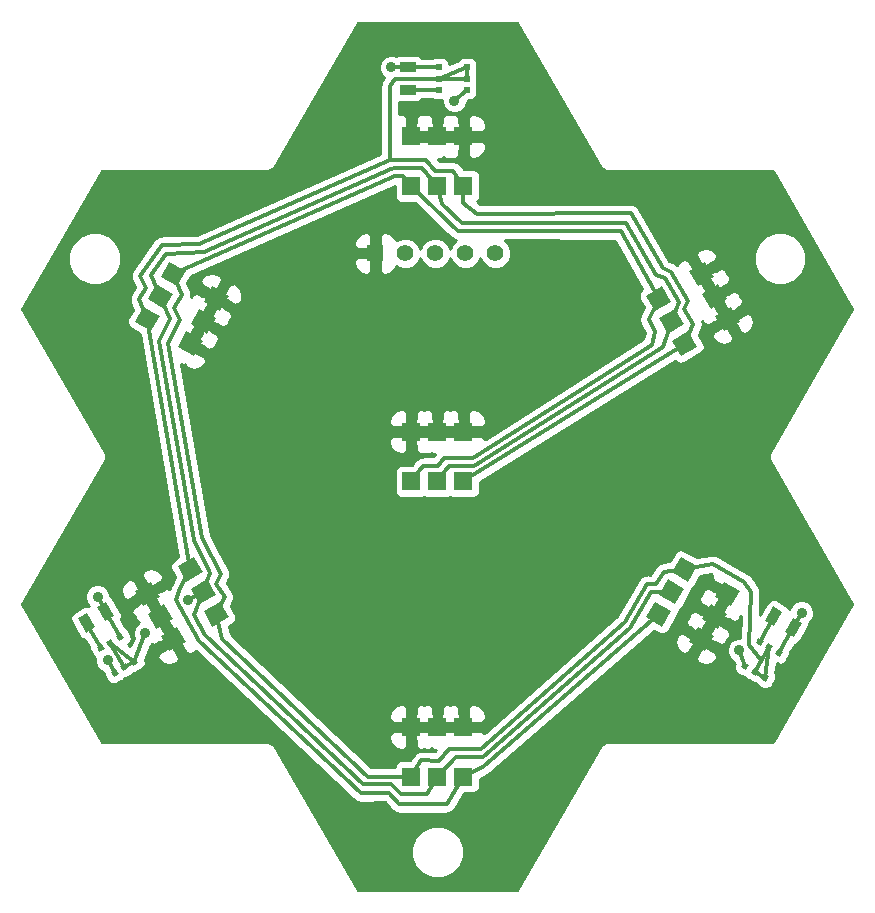
<source format=gtl>
G04 (created by PCBNEW-RS274X (2011-nov-30)-testing) date Wed 15 Aug 2012 04:31:39 PM EDT*
%MOIN*%
G04 Gerber Fmt 3.4, Leading zero omitted, Abs format*
%FSLAX34Y34*%
G01*
G70*
G90*
G04 APERTURE LIST*
%ADD10C,0.006*%
%ADD11R,0.055X0.035*%
%ADD12R,0.055X0.055*%
%ADD13C,0.055*%
%ADD14R,0.0197X0.0197*%
%ADD15R,0.0591X0.063*%
%ADD16C,0.035*%
%ADD17C,0.014*%
%ADD18C,0.01*%
G04 APERTURE END LIST*
G54D10*
G54D11*
X57481Y-25610D03*
X57481Y-26360D03*
G54D10*
G36*
X47426Y-43424D02*
X47701Y-43901D01*
X47398Y-44076D01*
X47123Y-43599D01*
X47426Y-43424D01*
X47426Y-43424D01*
G37*
G36*
X46776Y-43798D02*
X47051Y-44275D01*
X46748Y-44450D01*
X46473Y-43973D01*
X46776Y-43798D01*
X46776Y-43798D01*
G37*
G36*
X70614Y-44130D02*
X70339Y-44607D01*
X70036Y-44432D01*
X70311Y-43955D01*
X70614Y-44130D01*
X70614Y-44130D01*
G37*
G36*
X69964Y-43756D02*
X69689Y-44233D01*
X69386Y-44058D01*
X69661Y-43581D01*
X69964Y-43756D01*
X69964Y-43756D01*
G37*
G54D12*
X56398Y-31811D03*
G54D13*
X57398Y-31811D03*
X58398Y-31811D03*
X59398Y-31811D03*
X60398Y-31811D03*
G54D10*
G36*
X68597Y-45612D02*
X68695Y-45442D01*
X68865Y-45540D01*
X68767Y-45710D01*
X68597Y-45612D01*
X68597Y-45612D01*
G37*
G36*
X68921Y-45799D02*
X69019Y-45629D01*
X69189Y-45727D01*
X69091Y-45897D01*
X68921Y-45799D01*
X68921Y-45799D01*
G37*
G36*
X69245Y-45986D02*
X69343Y-45816D01*
X69513Y-45914D01*
X69415Y-46084D01*
X69245Y-45986D01*
X69245Y-45986D01*
G37*
G36*
X69717Y-45168D02*
X69815Y-44998D01*
X69985Y-45096D01*
X69887Y-45266D01*
X69717Y-45168D01*
X69717Y-45168D01*
G37*
G36*
X69393Y-44981D02*
X69491Y-44811D01*
X69661Y-44909D01*
X69563Y-45079D01*
X69393Y-44981D01*
X69393Y-44981D01*
G37*
G36*
X69069Y-44794D02*
X69167Y-44624D01*
X69337Y-44722D01*
X69239Y-44892D01*
X69069Y-44794D01*
X69069Y-44794D01*
G37*
G36*
X47672Y-45927D02*
X47574Y-45757D01*
X47744Y-45659D01*
X47842Y-45829D01*
X47672Y-45927D01*
X47672Y-45927D01*
G37*
G36*
X47996Y-45740D02*
X47898Y-45570D01*
X48068Y-45472D01*
X48166Y-45642D01*
X47996Y-45740D01*
X47996Y-45740D01*
G37*
G36*
X48320Y-45553D02*
X48222Y-45383D01*
X48392Y-45285D01*
X48490Y-45455D01*
X48320Y-45553D01*
X48320Y-45553D01*
G37*
G36*
X47848Y-44735D02*
X47750Y-44565D01*
X47920Y-44467D01*
X48018Y-44637D01*
X47848Y-44735D01*
X47848Y-44735D01*
G37*
G36*
X47524Y-44922D02*
X47426Y-44752D01*
X47596Y-44654D01*
X47694Y-44824D01*
X47524Y-44922D01*
X47524Y-44922D01*
G37*
G36*
X47200Y-45109D02*
X47102Y-44939D01*
X47272Y-44841D01*
X47370Y-45011D01*
X47200Y-45109D01*
X47200Y-45109D01*
G37*
G54D14*
X59448Y-26359D03*
X59448Y-25985D03*
X59448Y-25611D03*
X58504Y-25611D03*
X58504Y-25985D03*
X58504Y-26359D03*
G54D10*
G36*
X50965Y-44253D02*
X50670Y-43742D01*
X51215Y-43427D01*
X51510Y-43938D01*
X50965Y-44253D01*
X50965Y-44253D01*
G37*
G36*
X50099Y-42754D02*
X49804Y-42243D01*
X50349Y-41928D01*
X50644Y-42439D01*
X50099Y-42754D01*
X50099Y-42754D01*
G37*
G36*
X50532Y-43504D02*
X50237Y-42993D01*
X50782Y-42678D01*
X51077Y-43189D01*
X50532Y-43504D01*
X50532Y-43504D01*
G37*
G36*
X49100Y-44330D02*
X48805Y-43819D01*
X49350Y-43504D01*
X49645Y-44015D01*
X49100Y-44330D01*
X49100Y-44330D01*
G37*
G36*
X48667Y-43581D02*
X48372Y-43070D01*
X48917Y-42755D01*
X49212Y-43266D01*
X48667Y-43581D01*
X48667Y-43581D01*
G37*
G36*
X49533Y-45080D02*
X49238Y-44569D01*
X49783Y-44254D01*
X50078Y-44765D01*
X49533Y-45080D01*
X49533Y-45080D01*
G37*
G36*
X65964Y-32912D02*
X66259Y-33423D01*
X65714Y-33738D01*
X65419Y-33227D01*
X65964Y-32912D01*
X65964Y-32912D01*
G37*
G36*
X66830Y-34411D02*
X67125Y-34922D01*
X66580Y-35237D01*
X66285Y-34726D01*
X66830Y-34411D01*
X66830Y-34411D01*
G37*
G36*
X66397Y-33661D02*
X66692Y-34172D01*
X66147Y-34487D01*
X65852Y-33976D01*
X66397Y-33661D01*
X66397Y-33661D01*
G37*
G36*
X67829Y-32835D02*
X68124Y-33346D01*
X67579Y-33661D01*
X67284Y-33150D01*
X67829Y-32835D01*
X67829Y-32835D01*
G37*
G36*
X68262Y-33584D02*
X68557Y-34095D01*
X68012Y-34410D01*
X67717Y-33899D01*
X68262Y-33584D01*
X68262Y-33584D01*
G37*
G36*
X67396Y-32085D02*
X67691Y-32596D01*
X67146Y-32911D01*
X66851Y-32400D01*
X67396Y-32085D01*
X67396Y-32085D01*
G37*
G36*
X67125Y-42243D02*
X66830Y-42754D01*
X66285Y-42439D01*
X66580Y-41928D01*
X67125Y-42243D01*
X67125Y-42243D01*
G37*
G36*
X66259Y-43742D02*
X65964Y-44253D01*
X65419Y-43938D01*
X65714Y-43427D01*
X66259Y-43742D01*
X66259Y-43742D01*
G37*
G36*
X66692Y-42993D02*
X66397Y-43504D01*
X65852Y-43189D01*
X66147Y-42678D01*
X66692Y-42993D01*
X66692Y-42993D01*
G37*
G36*
X68124Y-43819D02*
X67829Y-44330D01*
X67284Y-44015D01*
X67579Y-43504D01*
X68124Y-43819D01*
X68124Y-43819D01*
G37*
G36*
X67691Y-44569D02*
X67396Y-45080D01*
X66851Y-44765D01*
X67146Y-44254D01*
X67691Y-44569D01*
X67691Y-44569D01*
G37*
G36*
X68557Y-43070D02*
X68262Y-43581D01*
X67717Y-43266D01*
X68012Y-42755D01*
X68557Y-43070D01*
X68557Y-43070D01*
G37*
G54D15*
X57599Y-29567D03*
X59331Y-29567D03*
X58465Y-29567D03*
X58465Y-27913D03*
X59331Y-27913D03*
X57599Y-27913D03*
G54D10*
G36*
X50078Y-32400D02*
X49783Y-32911D01*
X49238Y-32596D01*
X49533Y-32085D01*
X50078Y-32400D01*
X50078Y-32400D01*
G37*
G36*
X49212Y-33899D02*
X48917Y-34410D01*
X48372Y-34095D01*
X48667Y-33584D01*
X49212Y-33899D01*
X49212Y-33899D01*
G37*
G36*
X49645Y-33150D02*
X49350Y-33661D01*
X48805Y-33346D01*
X49100Y-32835D01*
X49645Y-33150D01*
X49645Y-33150D01*
G37*
G36*
X51077Y-33976D02*
X50782Y-34487D01*
X50237Y-34172D01*
X50532Y-33661D01*
X51077Y-33976D01*
X51077Y-33976D01*
G37*
G36*
X50644Y-34726D02*
X50349Y-35237D01*
X49804Y-34922D01*
X50099Y-34411D01*
X50644Y-34726D01*
X50644Y-34726D01*
G37*
G36*
X51510Y-33227D02*
X51215Y-33738D01*
X50670Y-33423D01*
X50965Y-32912D01*
X51510Y-33227D01*
X51510Y-33227D01*
G37*
G54D15*
X57599Y-39410D03*
X59331Y-39410D03*
X58465Y-39410D03*
X58465Y-37756D03*
X59331Y-37756D03*
X57599Y-37756D03*
X57599Y-49253D03*
X59331Y-49253D03*
X58465Y-49253D03*
X58465Y-47599D03*
X59331Y-47599D03*
X57599Y-47599D03*
G54D16*
X68532Y-45042D03*
X50152Y-43378D03*
X48734Y-44478D03*
X47478Y-45380D03*
X59034Y-26716D03*
X47140Y-43262D03*
X56934Y-25608D03*
X70604Y-43802D03*
G54D17*
X51090Y-33325D02*
X50657Y-34074D01*
X50657Y-34074D02*
X50224Y-34824D01*
X59331Y-47599D02*
X58465Y-47599D01*
X58465Y-47599D02*
X57599Y-47599D01*
X59331Y-37756D02*
X58465Y-37756D01*
X58465Y-37756D02*
X57599Y-37756D01*
X68137Y-33997D02*
X67704Y-33247D01*
X67271Y-32498D02*
X67704Y-33247D01*
X68137Y-43168D02*
X67704Y-43917D01*
X67704Y-43917D02*
X67271Y-44667D01*
X48792Y-43168D02*
X49225Y-43917D01*
X49225Y-43917D02*
X49658Y-44667D01*
X59331Y-27913D02*
X58465Y-27913D01*
X58465Y-27913D02*
X57599Y-27913D01*
X49658Y-32498D02*
X57060Y-29224D01*
X57312Y-29228D02*
X57599Y-29567D01*
X57060Y-29224D02*
X57312Y-29228D01*
X51090Y-43840D02*
X51368Y-43268D01*
X49950Y-33184D02*
X49658Y-32498D01*
X49690Y-33640D02*
X49950Y-33184D01*
X49876Y-34026D02*
X49690Y-33640D01*
X49492Y-34798D02*
X49876Y-34026D01*
X50604Y-41306D02*
X49492Y-34798D01*
X51242Y-42498D02*
X50604Y-41306D01*
X51094Y-42832D02*
X51242Y-42498D01*
X51368Y-43268D02*
X51094Y-42832D01*
X57599Y-49253D02*
X56148Y-49266D01*
X51282Y-44660D02*
X51090Y-43840D01*
X56148Y-49266D02*
X51282Y-44660D01*
X66705Y-42341D02*
X66012Y-42418D01*
X57922Y-48712D02*
X57599Y-49253D01*
X58534Y-48724D02*
X57922Y-48712D01*
X58842Y-48324D02*
X58534Y-48724D01*
X59032Y-48324D02*
X58842Y-48324D01*
X59930Y-48320D02*
X59032Y-48324D01*
X64710Y-44110D02*
X59930Y-48320D01*
X65454Y-42832D02*
X64710Y-44110D01*
X65736Y-42836D02*
X65454Y-42832D01*
X66012Y-42418D02*
X65736Y-42836D01*
X65839Y-33325D02*
X64570Y-31070D01*
X59140Y-31060D02*
X57599Y-29567D01*
X64570Y-31070D02*
X59140Y-31060D01*
X57599Y-39410D02*
X57976Y-38896D01*
X65506Y-34006D02*
X65839Y-33325D01*
X65730Y-34440D02*
X65506Y-34006D01*
X65604Y-34854D02*
X65730Y-34440D01*
X59638Y-38642D02*
X65604Y-34854D01*
X58674Y-38640D02*
X59638Y-38642D01*
X58492Y-38892D02*
X58674Y-38640D01*
X57976Y-38896D02*
X58492Y-38892D01*
X69055Y-45763D02*
X69264Y-45382D01*
X67650Y-42169D02*
X66705Y-42341D01*
X68697Y-42760D02*
X67650Y-42169D01*
X68908Y-43104D02*
X68697Y-42760D01*
X68862Y-44874D02*
X68908Y-43104D01*
X69264Y-45382D02*
X68862Y-44874D01*
X69527Y-44945D02*
X69055Y-45763D01*
X69055Y-45763D02*
X69379Y-45950D01*
X69379Y-45950D02*
X69527Y-44945D01*
X68532Y-45042D02*
X68731Y-45576D01*
X48356Y-45419D02*
X48734Y-44478D01*
X50152Y-43378D02*
X50657Y-43091D01*
X49225Y-33248D02*
X48910Y-32544D01*
X57966Y-28968D02*
X58465Y-29567D01*
X57002Y-28968D02*
X57966Y-28968D01*
X56940Y-28994D02*
X57002Y-28968D01*
X56904Y-29008D02*
X56940Y-28994D01*
X50684Y-31758D02*
X56904Y-29008D01*
X49414Y-31822D02*
X50684Y-31758D01*
X48910Y-32544D02*
X49414Y-31822D01*
X50657Y-43091D02*
X50896Y-42481D01*
X50896Y-42481D02*
X50338Y-41370D01*
X50338Y-41370D02*
X49186Y-34718D01*
X49186Y-34718D02*
X49554Y-33994D01*
X49554Y-33994D02*
X49225Y-33248D01*
X58465Y-49253D02*
X58110Y-49824D01*
X58110Y-49824D02*
X57246Y-49824D01*
X57246Y-49824D02*
X56928Y-49506D01*
X56928Y-49506D02*
X55990Y-49510D01*
X55990Y-49510D02*
X50732Y-44528D01*
X50732Y-44528D02*
X50352Y-43864D01*
X50352Y-43864D02*
X50657Y-43091D01*
X66272Y-43091D02*
X65600Y-43090D01*
X59068Y-48594D02*
X58465Y-49253D01*
X59980Y-48600D02*
X59068Y-48594D01*
X64900Y-44290D02*
X59980Y-48600D01*
X65600Y-43090D02*
X64900Y-44290D01*
X66272Y-34075D02*
X66514Y-33440D01*
X66514Y-33440D02*
X66056Y-32640D01*
X66056Y-32640D02*
X65746Y-32536D01*
X65746Y-32536D02*
X64760Y-30810D01*
X64760Y-30810D02*
X59300Y-30810D01*
X59300Y-30810D02*
X58604Y-30166D01*
X58604Y-30166D02*
X58465Y-29567D01*
X58465Y-39410D02*
X58864Y-38898D01*
X65980Y-34938D02*
X66272Y-34075D01*
X59692Y-38902D02*
X65980Y-34938D01*
X58864Y-38898D02*
X59692Y-38902D01*
X47560Y-44788D02*
X48032Y-45606D01*
X48032Y-45606D02*
X48356Y-45419D01*
X48356Y-45419D02*
X47560Y-44788D01*
X47478Y-45380D02*
X47708Y-45793D01*
X58504Y-25985D02*
X57042Y-25986D01*
X56880Y-28270D02*
X56880Y-28694D01*
X56880Y-26218D02*
X56880Y-28270D01*
X57042Y-25986D02*
X56880Y-26218D01*
X48792Y-33997D02*
X48520Y-33342D01*
X48520Y-33342D02*
X48754Y-32950D01*
X48754Y-32950D02*
X48556Y-32572D01*
X48556Y-32572D02*
X49208Y-31626D01*
X49208Y-31626D02*
X49276Y-31532D01*
X49276Y-31532D02*
X50526Y-31500D01*
X50526Y-31500D02*
X56876Y-28694D01*
X56876Y-28694D02*
X56880Y-28694D01*
X58990Y-29058D02*
X59331Y-29567D01*
X56880Y-28694D02*
X58072Y-28686D01*
X58072Y-28686D02*
X58380Y-29064D01*
X58380Y-29064D02*
X58990Y-29058D01*
X50224Y-42341D02*
X48792Y-33997D01*
X59331Y-49253D02*
X58776Y-50170D01*
X49894Y-42978D02*
X50224Y-42341D01*
X49746Y-43366D02*
X49894Y-42978D01*
X50040Y-43902D02*
X49746Y-43366D01*
X50520Y-44730D02*
X50040Y-43902D01*
X55902Y-49804D02*
X50520Y-44730D01*
X56844Y-49798D02*
X55902Y-49804D01*
X57196Y-50170D02*
X56844Y-49798D01*
X58776Y-50170D02*
X57196Y-50170D01*
X59331Y-49253D02*
X60026Y-48896D01*
X60026Y-48896D02*
X65839Y-43840D01*
X59331Y-29567D02*
X59334Y-30136D01*
X67000Y-34152D02*
X66705Y-34824D01*
X59780Y-30490D02*
X59334Y-30136D01*
X64922Y-30478D02*
X59780Y-30490D01*
X65974Y-32310D02*
X64922Y-30478D01*
X66240Y-32428D02*
X65974Y-32310D01*
X66816Y-33412D02*
X66240Y-32428D01*
X66694Y-33682D02*
X66816Y-33412D01*
X67000Y-34152D02*
X66694Y-33682D01*
X59331Y-39410D02*
X66705Y-34824D01*
X58504Y-25985D02*
X59448Y-25985D01*
X59448Y-25985D02*
X59448Y-25611D01*
X59448Y-25611D02*
X58504Y-25985D01*
X59034Y-26716D02*
X59448Y-26359D01*
X47412Y-43749D02*
X47140Y-43262D01*
X57481Y-25610D02*
X56934Y-25608D01*
X70325Y-44281D02*
X70604Y-43802D01*
X58504Y-25611D02*
X57481Y-25610D01*
X47884Y-44601D02*
X47412Y-43749D01*
X69851Y-45132D02*
X70325Y-44281D01*
X69203Y-44758D02*
X69675Y-43907D01*
X47236Y-44975D02*
X46762Y-44125D01*
X58504Y-26359D02*
X57481Y-26360D01*
G54D10*
G36*
X72299Y-43504D02*
X71026Y-45708D01*
X71026Y-43886D01*
X71026Y-43718D01*
X70962Y-43563D01*
X70843Y-43444D01*
X70688Y-43380D01*
X70520Y-43380D01*
X70365Y-43444D01*
X70246Y-43563D01*
X70198Y-43678D01*
X70189Y-43645D01*
X70129Y-43568D01*
X70045Y-43519D01*
X69742Y-43344D01*
X69645Y-43331D01*
X69549Y-43356D01*
X69472Y-43416D01*
X69423Y-43501D01*
X69205Y-43878D01*
X69225Y-43113D01*
X69219Y-43082D01*
X69221Y-43054D01*
X69209Y-43022D01*
X69204Y-42991D01*
X69188Y-42966D01*
X69178Y-42938D01*
X69008Y-42660D01*
X69008Y-34125D01*
X68985Y-33950D01*
X68922Y-33840D01*
X68772Y-33800D01*
X68664Y-33862D01*
X68664Y-33395D01*
X68602Y-33286D01*
X68558Y-33253D01*
X68552Y-33200D01*
X68489Y-33090D01*
X68339Y-33050D01*
X68231Y-33112D01*
X68231Y-32645D01*
X68169Y-32536D01*
X68125Y-32503D01*
X68119Y-32451D01*
X68056Y-32341D01*
X67906Y-32301D01*
X67798Y-32363D01*
X67798Y-31896D01*
X67736Y-31787D01*
X67596Y-31680D01*
X67426Y-31634D01*
X67251Y-31657D01*
X67125Y-31729D01*
X67084Y-31881D01*
X67325Y-32297D01*
X67759Y-32047D01*
X67798Y-31896D01*
X67798Y-32363D01*
X67736Y-32399D01*
X67684Y-32406D01*
X67558Y-32478D01*
X67550Y-32506D01*
X67472Y-32552D01*
X67517Y-32630D01*
X67712Y-32968D01*
X67758Y-33046D01*
X67835Y-33001D01*
X67864Y-33009D01*
X67989Y-32936D01*
X68021Y-32894D01*
X68192Y-32796D01*
X68231Y-32645D01*
X68231Y-33112D01*
X68167Y-33149D01*
X68117Y-33156D01*
X67991Y-33228D01*
X67983Y-33255D01*
X67905Y-33301D01*
X67950Y-33379D01*
X67950Y-33380D01*
X68089Y-33620D01*
X68145Y-33717D01*
X68191Y-33796D01*
X68269Y-33750D01*
X68297Y-33758D01*
X68422Y-33685D01*
X68452Y-33645D01*
X68625Y-33546D01*
X68664Y-33395D01*
X68664Y-33862D01*
X68338Y-34051D01*
X68578Y-34467D01*
X68730Y-34508D01*
X68855Y-34435D01*
X68963Y-34295D01*
X69008Y-34125D01*
X69008Y-42660D01*
X68967Y-42594D01*
X68955Y-42581D01*
X68946Y-42563D01*
X68909Y-42531D01*
X68884Y-42504D01*
X68869Y-42497D01*
X68853Y-42483D01*
X68324Y-42184D01*
X68324Y-34614D01*
X68083Y-34198D01*
X67649Y-34448D01*
X67609Y-34598D01*
X67609Y-34600D01*
X67672Y-34708D01*
X67812Y-34815D01*
X67982Y-34861D01*
X68157Y-34838D01*
X68283Y-34766D01*
X68324Y-34614D01*
X68324Y-42184D01*
X67806Y-41893D01*
X67755Y-41876D01*
X67716Y-41859D01*
X67702Y-41858D01*
X67688Y-41854D01*
X67641Y-41857D01*
X67593Y-41857D01*
X67103Y-41946D01*
X66660Y-41690D01*
X66564Y-41678D01*
X66468Y-41703D01*
X66391Y-41763D01*
X66342Y-41847D01*
X66209Y-42077D01*
X65977Y-42103D01*
X65961Y-42107D01*
X65948Y-42108D01*
X65906Y-42125D01*
X65860Y-42140D01*
X65848Y-42149D01*
X65833Y-42156D01*
X65795Y-42194D01*
X65765Y-42220D01*
X65758Y-42232D01*
X65747Y-42244D01*
X65566Y-42516D01*
X65458Y-42515D01*
X65408Y-42523D01*
X65373Y-42526D01*
X65358Y-42533D01*
X65337Y-42537D01*
X65295Y-42563D01*
X65261Y-42581D01*
X65248Y-42594D01*
X65233Y-42605D01*
X65210Y-42637D01*
X65179Y-42673D01*
X64467Y-43896D01*
X60070Y-47772D01*
X60070Y-47341D01*
X60069Y-47196D01*
X60002Y-47033D01*
X59877Y-46909D01*
X59714Y-46841D01*
X59588Y-46841D01*
X59478Y-46951D01*
X59478Y-47452D01*
X59959Y-47452D01*
X60070Y-47341D01*
X60070Y-47772D01*
X60025Y-47812D01*
X59959Y-47746D01*
X59528Y-47746D01*
X59478Y-47746D01*
X59204Y-47746D01*
X59204Y-47341D01*
X59203Y-47196D01*
X59184Y-47149D01*
X59184Y-46951D01*
X59074Y-46841D01*
X58948Y-46841D01*
X58898Y-46861D01*
X58848Y-46841D01*
X58722Y-46841D01*
X58612Y-46951D01*
X58612Y-47149D01*
X58593Y-47196D01*
X58592Y-47341D01*
X58612Y-47361D01*
X58612Y-47452D01*
X58703Y-47452D01*
X59093Y-47452D01*
X59184Y-47452D01*
X59184Y-47361D01*
X59204Y-47341D01*
X59204Y-47746D01*
X59184Y-47746D01*
X59134Y-47746D01*
X59093Y-47746D01*
X58703Y-47746D01*
X58662Y-47746D01*
X58612Y-47746D01*
X58338Y-47746D01*
X58338Y-47341D01*
X58337Y-47196D01*
X58318Y-47149D01*
X58318Y-46951D01*
X58208Y-46841D01*
X58082Y-46841D01*
X58032Y-46861D01*
X57982Y-46841D01*
X57856Y-46841D01*
X57746Y-46951D01*
X57746Y-47149D01*
X57727Y-47196D01*
X57726Y-47341D01*
X57746Y-47361D01*
X57746Y-47452D01*
X57837Y-47452D01*
X58227Y-47452D01*
X58318Y-47452D01*
X58318Y-47361D01*
X58338Y-47341D01*
X58338Y-47746D01*
X58318Y-47746D01*
X58268Y-47746D01*
X58227Y-47746D01*
X57837Y-47746D01*
X57746Y-47746D01*
X57746Y-47837D01*
X57726Y-47857D01*
X57727Y-48002D01*
X57746Y-48048D01*
X57746Y-48247D01*
X57856Y-48357D01*
X57982Y-48357D01*
X58032Y-48336D01*
X58082Y-48357D01*
X58208Y-48357D01*
X58268Y-48297D01*
X58268Y-48358D01*
X58338Y-48358D01*
X58414Y-48358D01*
X58380Y-48403D01*
X58338Y-48402D01*
X57928Y-48395D01*
X57886Y-48402D01*
X57844Y-48405D01*
X57825Y-48413D01*
X57807Y-48417D01*
X57773Y-48438D01*
X57732Y-48458D01*
X57717Y-48474D01*
X57702Y-48484D01*
X57678Y-48516D01*
X57649Y-48550D01*
X57564Y-48692D01*
X57452Y-48692D01*
X57452Y-48247D01*
X57452Y-47746D01*
X57452Y-47452D01*
X57452Y-46951D01*
X57342Y-46841D01*
X57216Y-46841D01*
X57053Y-46909D01*
X56928Y-47033D01*
X56861Y-47196D01*
X56860Y-47341D01*
X56971Y-47452D01*
X57452Y-47452D01*
X57452Y-47746D01*
X56971Y-47746D01*
X56860Y-47857D01*
X56861Y-48002D01*
X56928Y-48165D01*
X57053Y-48289D01*
X57216Y-48357D01*
X57342Y-48357D01*
X57452Y-48247D01*
X57452Y-48692D01*
X57255Y-48692D01*
X57165Y-48729D01*
X57095Y-48799D01*
X57058Y-48889D01*
X57058Y-48940D01*
X56277Y-48947D01*
X56261Y-48931D01*
X56261Y-32419D01*
X56261Y-31948D01*
X56261Y-31674D01*
X56261Y-31203D01*
X56150Y-31092D01*
X56035Y-31093D01*
X55872Y-31160D01*
X55748Y-31285D01*
X55680Y-31448D01*
X55680Y-31564D01*
X55790Y-31674D01*
X56261Y-31674D01*
X56261Y-31948D01*
X55790Y-31948D01*
X55680Y-32058D01*
X55680Y-32174D01*
X55748Y-32337D01*
X55872Y-32462D01*
X56035Y-32529D01*
X56150Y-32530D01*
X56261Y-32419D01*
X56261Y-48931D01*
X51961Y-44865D01*
X51961Y-33197D01*
X51916Y-33027D01*
X51808Y-32887D01*
X51683Y-32814D01*
X51531Y-32855D01*
X51291Y-33271D01*
X51725Y-33522D01*
X51875Y-33481D01*
X51938Y-33372D01*
X51961Y-33197D01*
X51961Y-44865D01*
X51569Y-44495D01*
X51506Y-44224D01*
X51676Y-44127D01*
X51735Y-44049D01*
X51761Y-43954D01*
X51748Y-43857D01*
X51699Y-43773D01*
X51577Y-43562D01*
X51653Y-43407D01*
X51664Y-43364D01*
X51676Y-43338D01*
X51676Y-43315D01*
X51684Y-43288D01*
X51678Y-43250D01*
X51680Y-43214D01*
X51670Y-43188D01*
X51667Y-43165D01*
X51650Y-43137D01*
X51636Y-43099D01*
X51617Y-43068D01*
X51617Y-33926D01*
X51578Y-33776D01*
X51407Y-33677D01*
X51375Y-33636D01*
X51277Y-33578D01*
X51277Y-32708D01*
X51236Y-32556D01*
X51110Y-32484D01*
X50935Y-32461D01*
X50765Y-32507D01*
X50625Y-32614D01*
X50562Y-32722D01*
X50562Y-32723D01*
X50602Y-32874D01*
X51036Y-33124D01*
X51277Y-32708D01*
X51277Y-33578D01*
X51250Y-33563D01*
X51221Y-33570D01*
X51144Y-33526D01*
X51098Y-33603D01*
X51098Y-33604D01*
X50903Y-33942D01*
X50858Y-34020D01*
X50936Y-34065D01*
X50944Y-34094D01*
X51070Y-34166D01*
X51122Y-34172D01*
X51292Y-34271D01*
X51442Y-34230D01*
X51505Y-34121D01*
X51511Y-34068D01*
X51555Y-34036D01*
X51617Y-33926D01*
X51617Y-43068D01*
X51452Y-42806D01*
X51532Y-42627D01*
X51536Y-42607D01*
X51546Y-42589D01*
X51550Y-42545D01*
X51559Y-42506D01*
X51555Y-42488D01*
X51558Y-42466D01*
X51542Y-42416D01*
X51537Y-42384D01*
X51529Y-42371D01*
X51522Y-42348D01*
X51184Y-41718D01*
X51184Y-34675D01*
X51145Y-34525D01*
X50972Y-34425D01*
X50942Y-34386D01*
X50817Y-34313D01*
X50789Y-34320D01*
X50711Y-34275D01*
X50665Y-34353D01*
X50665Y-34354D01*
X50609Y-34451D01*
X50470Y-34691D01*
X50425Y-34770D01*
X50503Y-34815D01*
X50511Y-34843D01*
X50637Y-34915D01*
X50687Y-34921D01*
X50859Y-35021D01*
X51009Y-34980D01*
X51072Y-34871D01*
X51078Y-34817D01*
X51122Y-34785D01*
X51184Y-34675D01*
X51184Y-41718D01*
X50908Y-41204D01*
X50751Y-40285D01*
X49934Y-35509D01*
X50025Y-35562D01*
X50055Y-35509D01*
X50078Y-35593D01*
X50204Y-35665D01*
X50379Y-35688D01*
X50549Y-35642D01*
X50689Y-35535D01*
X50751Y-35425D01*
X50712Y-35275D01*
X50321Y-35050D01*
X50278Y-35025D01*
X50277Y-35025D01*
X50023Y-34878D01*
X50022Y-34877D01*
X50170Y-34623D01*
X50195Y-34580D01*
X50194Y-34579D01*
X50215Y-34544D01*
X50216Y-34544D01*
X50271Y-34447D01*
X50411Y-34207D01*
X50410Y-34206D01*
X50430Y-34170D01*
X50431Y-34171D01*
X50448Y-34141D01*
X50456Y-34128D01*
X50455Y-34127D01*
X50603Y-33873D01*
X50628Y-33830D01*
X50627Y-33829D01*
X50648Y-33795D01*
X50649Y-33795D01*
X50844Y-33457D01*
X50889Y-33379D01*
X50810Y-33333D01*
X50803Y-33305D01*
X50677Y-33233D01*
X50624Y-33226D01*
X50455Y-33128D01*
X50304Y-33168D01*
X50304Y-33169D01*
X50252Y-33260D01*
X50264Y-33225D01*
X50262Y-33203D01*
X50267Y-33180D01*
X50257Y-33133D01*
X50255Y-33101D01*
X50247Y-33086D01*
X50242Y-33059D01*
X50131Y-32800D01*
X50260Y-32577D01*
X57058Y-29565D01*
X57058Y-29931D01*
X57095Y-30021D01*
X57165Y-30091D01*
X57255Y-30128D01*
X57353Y-30128D01*
X57721Y-30128D01*
X58916Y-31284D01*
X58919Y-31287D01*
X58956Y-31311D01*
X59018Y-31353D01*
X59021Y-31353D01*
X59022Y-31354D01*
X59033Y-31356D01*
X59101Y-31369D01*
X58956Y-31515D01*
X58897Y-31653D01*
X58841Y-31516D01*
X58694Y-31369D01*
X58503Y-31289D01*
X58295Y-31289D01*
X58103Y-31368D01*
X57956Y-31515D01*
X57897Y-31653D01*
X57841Y-31516D01*
X57694Y-31369D01*
X57503Y-31289D01*
X57295Y-31289D01*
X57103Y-31368D01*
X57088Y-31382D01*
X57048Y-31285D01*
X56924Y-31160D01*
X56761Y-31093D01*
X56646Y-31092D01*
X56535Y-31203D01*
X56535Y-31674D01*
X56545Y-31674D01*
X56545Y-31948D01*
X56535Y-31948D01*
X56535Y-32419D01*
X56646Y-32530D01*
X56761Y-32529D01*
X56924Y-32462D01*
X57048Y-32337D01*
X57088Y-32239D01*
X57102Y-32253D01*
X57293Y-32333D01*
X57501Y-32333D01*
X57693Y-32254D01*
X57840Y-32107D01*
X57898Y-31968D01*
X57955Y-32106D01*
X58102Y-32253D01*
X58293Y-32333D01*
X58501Y-32333D01*
X58693Y-32254D01*
X58840Y-32107D01*
X58898Y-31968D01*
X58955Y-32106D01*
X59102Y-32253D01*
X59293Y-32333D01*
X59501Y-32333D01*
X59693Y-32254D01*
X59840Y-32107D01*
X59898Y-31968D01*
X59955Y-32106D01*
X60102Y-32253D01*
X60293Y-32333D01*
X60501Y-32333D01*
X60693Y-32254D01*
X60840Y-32107D01*
X60920Y-31916D01*
X60920Y-31708D01*
X60841Y-31516D01*
X60704Y-31379D01*
X64384Y-31385D01*
X65300Y-33010D01*
X65253Y-33038D01*
X65194Y-33116D01*
X65168Y-33211D01*
X65181Y-33308D01*
X65230Y-33392D01*
X65351Y-33601D01*
X65221Y-33867D01*
X65215Y-33890D01*
X65204Y-33910D01*
X65199Y-33949D01*
X65190Y-33986D01*
X65192Y-34007D01*
X65190Y-34033D01*
X65201Y-34071D01*
X65206Y-34109D01*
X65217Y-34129D01*
X65224Y-34151D01*
X65389Y-34470D01*
X65334Y-34651D01*
X60070Y-37991D01*
X60070Y-37498D01*
X60069Y-37353D01*
X60002Y-37190D01*
X59877Y-37066D01*
X59714Y-36998D01*
X59588Y-36998D01*
X59478Y-37108D01*
X59478Y-37609D01*
X59959Y-37609D01*
X60070Y-37498D01*
X60070Y-37991D01*
X60056Y-38000D01*
X59959Y-37903D01*
X59528Y-37903D01*
X59478Y-37903D01*
X59204Y-37903D01*
X59204Y-37498D01*
X59203Y-37353D01*
X59184Y-37306D01*
X59184Y-37108D01*
X59074Y-36998D01*
X58948Y-36998D01*
X58898Y-37018D01*
X58848Y-36998D01*
X58722Y-36998D01*
X58612Y-37108D01*
X58612Y-37306D01*
X58593Y-37353D01*
X58592Y-37498D01*
X58612Y-37518D01*
X58612Y-37609D01*
X58703Y-37609D01*
X59093Y-37609D01*
X59184Y-37609D01*
X59184Y-37518D01*
X59204Y-37498D01*
X59204Y-37903D01*
X59184Y-37903D01*
X59134Y-37903D01*
X59093Y-37903D01*
X58703Y-37903D01*
X58662Y-37903D01*
X58612Y-37903D01*
X58338Y-37903D01*
X58338Y-37498D01*
X58337Y-37353D01*
X58318Y-37306D01*
X58318Y-37108D01*
X58208Y-36998D01*
X58082Y-36998D01*
X58032Y-37018D01*
X57982Y-36998D01*
X57856Y-36998D01*
X57746Y-37108D01*
X57746Y-37306D01*
X57727Y-37353D01*
X57726Y-37498D01*
X57746Y-37518D01*
X57746Y-37609D01*
X57837Y-37609D01*
X58227Y-37609D01*
X58318Y-37609D01*
X58318Y-37518D01*
X58338Y-37498D01*
X58338Y-37903D01*
X58318Y-37903D01*
X58268Y-37903D01*
X58227Y-37903D01*
X57837Y-37903D01*
X57746Y-37903D01*
X57746Y-37994D01*
X57726Y-38014D01*
X57727Y-38159D01*
X57746Y-38205D01*
X57746Y-38404D01*
X57856Y-38514D01*
X57982Y-38514D01*
X58032Y-38493D01*
X58082Y-38514D01*
X58208Y-38514D01*
X58268Y-38454D01*
X58268Y-38515D01*
X58338Y-38515D01*
X58372Y-38515D01*
X58338Y-38562D01*
X58328Y-38576D01*
X57974Y-38579D01*
X57949Y-38584D01*
X57928Y-38583D01*
X57894Y-38595D01*
X57853Y-38604D01*
X57830Y-38618D01*
X57812Y-38626D01*
X57786Y-38649D01*
X57750Y-38674D01*
X57735Y-38695D01*
X57721Y-38709D01*
X57618Y-38849D01*
X57452Y-38849D01*
X57452Y-38404D01*
X57452Y-37903D01*
X57452Y-37609D01*
X57452Y-37108D01*
X57342Y-36998D01*
X57216Y-36998D01*
X57053Y-37066D01*
X56928Y-37190D01*
X56861Y-37353D01*
X56860Y-37498D01*
X56971Y-37609D01*
X57452Y-37609D01*
X57452Y-37903D01*
X56971Y-37903D01*
X56860Y-38014D01*
X56861Y-38159D01*
X56928Y-38322D01*
X57053Y-38446D01*
X57216Y-38514D01*
X57342Y-38514D01*
X57452Y-38404D01*
X57452Y-38849D01*
X57255Y-38849D01*
X57165Y-38886D01*
X57095Y-38956D01*
X57058Y-39046D01*
X57058Y-39144D01*
X57058Y-39774D01*
X57095Y-39864D01*
X57165Y-39934D01*
X57255Y-39971D01*
X57353Y-39971D01*
X57943Y-39971D01*
X58031Y-39934D01*
X58032Y-39934D01*
X58033Y-39934D01*
X58121Y-39971D01*
X58219Y-39971D01*
X58809Y-39971D01*
X58897Y-39934D01*
X58898Y-39934D01*
X58899Y-39934D01*
X58987Y-39971D01*
X59085Y-39971D01*
X59675Y-39971D01*
X59765Y-39934D01*
X59835Y-39864D01*
X59872Y-39774D01*
X59872Y-39676D01*
X59872Y-39446D01*
X66385Y-35392D01*
X66391Y-35402D01*
X66468Y-35462D01*
X66564Y-35487D01*
X66660Y-35475D01*
X66745Y-35426D01*
X67291Y-35111D01*
X67350Y-35033D01*
X67376Y-34938D01*
X67363Y-34841D01*
X67314Y-34757D01*
X67181Y-34527D01*
X67290Y-34280D01*
X67298Y-34243D01*
X67310Y-34216D01*
X67310Y-34190D01*
X67317Y-34160D01*
X67310Y-34125D01*
X67311Y-34092D01*
X67299Y-34063D01*
X67351Y-34153D01*
X67502Y-34194D01*
X67673Y-34094D01*
X67724Y-34088D01*
X67850Y-34016D01*
X67857Y-33988D01*
X67936Y-33943D01*
X67890Y-33864D01*
X67891Y-33864D01*
X67751Y-33624D01*
X67696Y-33527D01*
X67695Y-33526D01*
X67675Y-33491D01*
X67650Y-33448D01*
X67503Y-33193D01*
X67478Y-33150D01*
X67458Y-33115D01*
X67263Y-32777D01*
X67262Y-32776D01*
X67242Y-32742D01*
X67230Y-32722D01*
X67217Y-32699D01*
X67070Y-32444D01*
X67045Y-32401D01*
X66830Y-32028D01*
X66678Y-31987D01*
X66553Y-32060D01*
X66448Y-32194D01*
X66432Y-32176D01*
X66399Y-32160D01*
X66368Y-32138D01*
X66199Y-32063D01*
X65197Y-30320D01*
X65158Y-30276D01*
X65146Y-30257D01*
X65136Y-30250D01*
X65116Y-30227D01*
X65055Y-30197D01*
X65042Y-30188D01*
X65034Y-30186D01*
X65005Y-30172D01*
X64940Y-30167D01*
X64921Y-30164D01*
X64882Y-30164D01*
X64881Y-30164D01*
X64880Y-30164D01*
X60070Y-30171D01*
X60070Y-28171D01*
X60070Y-27655D01*
X60069Y-27510D01*
X60002Y-27347D01*
X59877Y-27223D01*
X59714Y-27155D01*
X59588Y-27155D01*
X59478Y-27265D01*
X59478Y-27766D01*
X59959Y-27766D01*
X60070Y-27655D01*
X60070Y-28171D01*
X59959Y-28060D01*
X59478Y-28060D01*
X59478Y-28561D01*
X59588Y-28671D01*
X59714Y-28671D01*
X59877Y-28603D01*
X60002Y-28479D01*
X60069Y-28316D01*
X60070Y-28171D01*
X60070Y-30171D01*
X59890Y-30172D01*
X59774Y-30081D01*
X59835Y-30021D01*
X59872Y-29931D01*
X59872Y-29833D01*
X59872Y-29203D01*
X59835Y-29113D01*
X59765Y-29043D01*
X59675Y-29006D01*
X59577Y-29006D01*
X59336Y-29006D01*
X59253Y-28882D01*
X59232Y-28861D01*
X59212Y-28831D01*
X59204Y-28825D01*
X59185Y-28813D01*
X59166Y-28794D01*
X59137Y-28782D01*
X59108Y-28763D01*
X59077Y-28757D01*
X59052Y-28747D01*
X59020Y-28747D01*
X58987Y-28741D01*
X58529Y-28745D01*
X58469Y-28672D01*
X58662Y-28672D01*
X58662Y-28611D01*
X58722Y-28671D01*
X58848Y-28671D01*
X58898Y-28650D01*
X58948Y-28671D01*
X59074Y-28671D01*
X59184Y-28561D01*
X59184Y-28362D01*
X59203Y-28316D01*
X59204Y-28171D01*
X59204Y-27655D01*
X59203Y-27510D01*
X59184Y-27463D01*
X59184Y-27265D01*
X59074Y-27155D01*
X58948Y-27155D01*
X58898Y-27175D01*
X58848Y-27155D01*
X58722Y-27155D01*
X58612Y-27265D01*
X58612Y-27463D01*
X58593Y-27510D01*
X58592Y-27655D01*
X58612Y-27675D01*
X58612Y-27766D01*
X58703Y-27766D01*
X59093Y-27766D01*
X59184Y-27766D01*
X59184Y-27675D01*
X59204Y-27655D01*
X59204Y-28171D01*
X59184Y-28151D01*
X59184Y-28060D01*
X59093Y-28060D01*
X58703Y-28060D01*
X58662Y-28060D01*
X58612Y-28060D01*
X58338Y-28060D01*
X58338Y-27655D01*
X58337Y-27510D01*
X58318Y-27463D01*
X58318Y-27265D01*
X58208Y-27155D01*
X58082Y-27155D01*
X58032Y-27175D01*
X57982Y-27155D01*
X57856Y-27155D01*
X57746Y-27265D01*
X57746Y-27463D01*
X57727Y-27510D01*
X57726Y-27655D01*
X57746Y-27675D01*
X57746Y-27766D01*
X57837Y-27766D01*
X58227Y-27766D01*
X58318Y-27766D01*
X58318Y-27675D01*
X58338Y-27655D01*
X58338Y-28060D01*
X58318Y-28060D01*
X58268Y-28060D01*
X58227Y-28060D01*
X57837Y-28060D01*
X57796Y-28060D01*
X57746Y-28060D01*
X57452Y-28060D01*
X57452Y-27766D01*
X57452Y-27716D01*
X57452Y-27265D01*
X57342Y-27155D01*
X57216Y-27155D01*
X57197Y-27162D01*
X57197Y-26781D01*
X57255Y-26781D01*
X57805Y-26781D01*
X57895Y-26744D01*
X57962Y-26676D01*
X58289Y-26675D01*
X58357Y-26703D01*
X58455Y-26703D01*
X58612Y-26703D01*
X58612Y-26800D01*
X58676Y-26955D01*
X58795Y-27074D01*
X58950Y-27138D01*
X59118Y-27138D01*
X59273Y-27074D01*
X59392Y-26955D01*
X59456Y-26800D01*
X59456Y-26770D01*
X59533Y-26703D01*
X59595Y-26703D01*
X59685Y-26666D01*
X59755Y-26596D01*
X59792Y-26506D01*
X59792Y-26408D01*
X59792Y-26212D01*
X59775Y-26172D01*
X59792Y-26132D01*
X59792Y-26034D01*
X59792Y-25838D01*
X59775Y-25798D01*
X59792Y-25758D01*
X59792Y-25660D01*
X59792Y-25464D01*
X59755Y-25374D01*
X59685Y-25304D01*
X59595Y-25267D01*
X59497Y-25267D01*
X59301Y-25267D01*
X59211Y-25304D01*
X59141Y-25374D01*
X59132Y-25395D01*
X58848Y-25507D01*
X58848Y-25464D01*
X58811Y-25374D01*
X58741Y-25304D01*
X58651Y-25267D01*
X58553Y-25267D01*
X58357Y-25267D01*
X58289Y-25294D01*
X57962Y-25293D01*
X57895Y-25226D01*
X57805Y-25189D01*
X57707Y-25189D01*
X57157Y-25189D01*
X57090Y-25216D01*
X57018Y-25186D01*
X56850Y-25186D01*
X56695Y-25250D01*
X56576Y-25369D01*
X56512Y-25524D01*
X56512Y-25692D01*
X56576Y-25847D01*
X56679Y-25950D01*
X56620Y-26037D01*
X56606Y-26068D01*
X56587Y-26097D01*
X56581Y-26123D01*
X56570Y-26150D01*
X56569Y-26185D01*
X56563Y-26218D01*
X56563Y-28270D01*
X56563Y-28491D01*
X50457Y-31183D01*
X49268Y-31215D01*
X49246Y-31219D01*
X49226Y-31219D01*
X49189Y-31232D01*
X49147Y-31242D01*
X49128Y-31255D01*
X49110Y-31262D01*
X49079Y-31290D01*
X49046Y-31314D01*
X49035Y-31330D01*
X49019Y-31346D01*
X48951Y-31440D01*
X48948Y-31445D01*
X48947Y-31447D01*
X48295Y-32392D01*
X48274Y-32438D01*
X48254Y-32477D01*
X48252Y-32489D01*
X48246Y-32505D01*
X48245Y-32555D01*
X48240Y-32601D01*
X48244Y-32615D01*
X48244Y-32629D01*
X48260Y-32670D01*
X48275Y-32719D01*
X48390Y-32940D01*
X48248Y-33180D01*
X48240Y-33201D01*
X48227Y-33221D01*
X48219Y-33258D01*
X48206Y-33296D01*
X48207Y-33320D01*
X48203Y-33343D01*
X48210Y-33382D01*
X48213Y-33420D01*
X48222Y-33439D01*
X48227Y-33464D01*
X48321Y-33689D01*
X48134Y-34014D01*
X48121Y-34111D01*
X48147Y-34206D01*
X48206Y-34284D01*
X48291Y-34333D01*
X48554Y-34484D01*
X49829Y-41943D01*
X49638Y-42054D01*
X49579Y-42132D01*
X49553Y-42227D01*
X49566Y-42324D01*
X49615Y-42408D01*
X49729Y-42606D01*
X49613Y-42832D01*
X49608Y-42849D01*
X49598Y-42865D01*
X49556Y-42974D01*
X49556Y-42975D01*
X49545Y-43003D01*
X49427Y-42971D01*
X49319Y-43033D01*
X49319Y-42566D01*
X49257Y-42457D01*
X49117Y-42350D01*
X48947Y-42304D01*
X48772Y-42327D01*
X48646Y-42399D01*
X48605Y-42551D01*
X48846Y-42967D01*
X49280Y-42717D01*
X49319Y-42566D01*
X49319Y-43033D01*
X49257Y-43069D01*
X49205Y-43076D01*
X49079Y-43148D01*
X49071Y-43176D01*
X48993Y-43222D01*
X49038Y-43300D01*
X49233Y-43638D01*
X49254Y-43673D01*
X49271Y-43702D01*
X49279Y-43716D01*
X49426Y-43970D01*
X49426Y-43971D01*
X49451Y-44014D01*
X49471Y-44049D01*
X49471Y-44050D01*
X49610Y-44290D01*
X49666Y-44387D01*
X49687Y-44423D01*
X49691Y-44431D01*
X49712Y-44466D01*
X49859Y-44720D01*
X49859Y-44721D01*
X49884Y-44764D01*
X50099Y-45137D01*
X50251Y-45178D01*
X50376Y-45105D01*
X50409Y-45061D01*
X55676Y-50025D01*
X55680Y-50030D01*
X55685Y-50033D01*
X55783Y-50098D01*
X55790Y-50099D01*
X55904Y-50121D01*
X56707Y-50115D01*
X56965Y-50388D01*
X56970Y-50391D01*
X56972Y-50394D01*
X57004Y-50415D01*
X57066Y-50459D01*
X57070Y-50460D01*
X57075Y-50463D01*
X57133Y-50474D01*
X57187Y-50487D01*
X57191Y-50486D01*
X57196Y-50487D01*
X58776Y-50487D01*
X58813Y-50479D01*
X58852Y-50478D01*
X58874Y-50467D01*
X58897Y-50463D01*
X58929Y-50441D01*
X58964Y-50425D01*
X58980Y-50407D01*
X59000Y-50394D01*
X59021Y-50362D01*
X59047Y-50334D01*
X59362Y-49814D01*
X59675Y-49814D01*
X59765Y-49777D01*
X59835Y-49707D01*
X59872Y-49617D01*
X59872Y-49519D01*
X59872Y-49331D01*
X60171Y-49178D01*
X60200Y-49154D01*
X60234Y-49135D01*
X65699Y-44384D01*
X65884Y-44491D01*
X65980Y-44503D01*
X66076Y-44478D01*
X66153Y-44418D01*
X66202Y-44334D01*
X66497Y-43823D01*
X66509Y-43729D01*
X66509Y-43728D01*
X66586Y-43669D01*
X66635Y-43585D01*
X66930Y-43074D01*
X66942Y-42979D01*
X66942Y-42978D01*
X66943Y-42977D01*
X67019Y-42919D01*
X67068Y-42835D01*
X67221Y-42569D01*
X67594Y-42501D01*
X67633Y-42523D01*
X67609Y-42565D01*
X67609Y-42566D01*
X67649Y-42717D01*
X68040Y-42942D01*
X68083Y-42967D01*
X68338Y-43114D01*
X68186Y-43377D01*
X68145Y-43446D01*
X68145Y-43447D01*
X67950Y-43785D01*
X67936Y-43809D01*
X67936Y-43222D01*
X67857Y-43176D01*
X67850Y-43148D01*
X67724Y-43076D01*
X67671Y-43069D01*
X67502Y-42971D01*
X67351Y-43011D01*
X67351Y-43012D01*
X67289Y-43121D01*
X67282Y-43173D01*
X67239Y-43206D01*
X67176Y-43314D01*
X67176Y-43315D01*
X67216Y-43466D01*
X67386Y-43564D01*
X67419Y-43606D01*
X67544Y-43679D01*
X67572Y-43671D01*
X67650Y-43716D01*
X67695Y-43638D01*
X67696Y-43638D01*
X67891Y-43300D01*
X67936Y-43222D01*
X67936Y-43809D01*
X67905Y-43863D01*
X67983Y-43908D01*
X67991Y-43937D01*
X68117Y-44009D01*
X68169Y-44015D01*
X68339Y-44114D01*
X68489Y-44073D01*
X68552Y-43964D01*
X68558Y-43911D01*
X68570Y-43903D01*
X68551Y-44620D01*
X68448Y-44620D01*
X68293Y-44684D01*
X68231Y-44746D01*
X68231Y-44518D01*
X68192Y-44368D01*
X68019Y-44268D01*
X67989Y-44229D01*
X67864Y-44156D01*
X67836Y-44163D01*
X67758Y-44118D01*
X67712Y-44196D01*
X67712Y-44197D01*
X67656Y-44294D01*
X67517Y-44534D01*
X67503Y-44558D01*
X67503Y-43971D01*
X67424Y-43925D01*
X67417Y-43898D01*
X67291Y-43826D01*
X67240Y-43819D01*
X67069Y-43720D01*
X66918Y-43760D01*
X66918Y-43761D01*
X66856Y-43870D01*
X66849Y-43923D01*
X66806Y-43956D01*
X66743Y-44064D01*
X66743Y-44065D01*
X66783Y-44216D01*
X66955Y-44315D01*
X66986Y-44355D01*
X67111Y-44428D01*
X67138Y-44420D01*
X67217Y-44466D01*
X67262Y-44387D01*
X67263Y-44387D01*
X67318Y-44290D01*
X67458Y-44050D01*
X67457Y-44049D01*
X67503Y-43971D01*
X67503Y-44558D01*
X67472Y-44613D01*
X67550Y-44658D01*
X67558Y-44686D01*
X67684Y-44758D01*
X67734Y-44764D01*
X67906Y-44864D01*
X68056Y-44823D01*
X68119Y-44714D01*
X68125Y-44660D01*
X68169Y-44628D01*
X68231Y-44518D01*
X68231Y-44746D01*
X68174Y-44803D01*
X68110Y-44958D01*
X68110Y-45126D01*
X68174Y-45281D01*
X68293Y-45400D01*
X68333Y-45416D01*
X68369Y-45514D01*
X68360Y-45531D01*
X68347Y-45628D01*
X68372Y-45723D01*
X68432Y-45800D01*
X68517Y-45849D01*
X68686Y-45947D01*
X68729Y-45952D01*
X68756Y-45987D01*
X68841Y-46036D01*
X69010Y-46134D01*
X69053Y-46139D01*
X69080Y-46174D01*
X69165Y-46223D01*
X69334Y-46321D01*
X69431Y-46334D01*
X69526Y-46309D01*
X69603Y-46249D01*
X69652Y-46164D01*
X69750Y-45995D01*
X69763Y-45898D01*
X69738Y-45803D01*
X69724Y-45785D01*
X69768Y-45481D01*
X69806Y-45503D01*
X69903Y-45516D01*
X69998Y-45491D01*
X70075Y-45431D01*
X70124Y-45346D01*
X70222Y-45177D01*
X70232Y-45098D01*
X70368Y-44853D01*
X70451Y-44832D01*
X70528Y-44772D01*
X70577Y-44687D01*
X70852Y-44211D01*
X70861Y-44141D01*
X70962Y-44041D01*
X71026Y-43886D01*
X71026Y-45708D01*
X69643Y-48103D01*
X67798Y-48103D01*
X67798Y-45268D01*
X67759Y-45118D01*
X67325Y-44868D01*
X67084Y-45284D01*
X67125Y-45436D01*
X67251Y-45508D01*
X67426Y-45531D01*
X67596Y-45485D01*
X67736Y-45378D01*
X67798Y-45268D01*
X67798Y-48103D01*
X67070Y-48103D01*
X67070Y-44721D01*
X66636Y-44470D01*
X66485Y-44510D01*
X66485Y-44511D01*
X66423Y-44620D01*
X66400Y-44795D01*
X66445Y-44965D01*
X66553Y-45105D01*
X66678Y-45178D01*
X66830Y-45137D01*
X67070Y-44721D01*
X67070Y-48103D01*
X64147Y-48103D01*
X64103Y-48111D01*
X64064Y-48114D01*
X64043Y-48123D01*
X64024Y-48128D01*
X63987Y-48151D01*
X63951Y-48170D01*
X63938Y-48184D01*
X63919Y-48197D01*
X63895Y-48233D01*
X63868Y-48264D01*
X61119Y-53024D01*
X59342Y-53024D01*
X59342Y-51946D01*
X59342Y-51597D01*
X59209Y-51275D01*
X58962Y-51028D01*
X58640Y-50894D01*
X58291Y-50894D01*
X57969Y-51027D01*
X57722Y-51274D01*
X57588Y-51596D01*
X57588Y-51945D01*
X57721Y-52267D01*
X57968Y-52514D01*
X58290Y-52648D01*
X58639Y-52648D01*
X58961Y-52515D01*
X59208Y-52268D01*
X59342Y-51946D01*
X59342Y-53024D01*
X55809Y-53024D01*
X53061Y-48264D01*
X53033Y-48233D01*
X53010Y-48197D01*
X52990Y-48184D01*
X52978Y-48170D01*
X52941Y-48151D01*
X52905Y-48128D01*
X52885Y-48123D01*
X52865Y-48114D01*
X52822Y-48111D01*
X52782Y-48103D01*
X49845Y-48103D01*
X49845Y-45284D01*
X49604Y-44868D01*
X49457Y-44952D01*
X49457Y-44613D01*
X49411Y-44534D01*
X49412Y-44534D01*
X49272Y-44294D01*
X49217Y-44197D01*
X49216Y-44196D01*
X49196Y-44161D01*
X49171Y-44118D01*
X49024Y-43863D01*
X48999Y-43820D01*
X48979Y-43785D01*
X48784Y-43447D01*
X48783Y-43446D01*
X48738Y-43369D01*
X48660Y-43413D01*
X48632Y-43406D01*
X48591Y-43429D01*
X48591Y-43114D01*
X48351Y-42698D01*
X48199Y-42657D01*
X48074Y-42730D01*
X47966Y-42870D01*
X47921Y-43040D01*
X47944Y-43215D01*
X48006Y-43324D01*
X48157Y-43365D01*
X48591Y-43114D01*
X48591Y-43429D01*
X48507Y-43479D01*
X48474Y-43520D01*
X48304Y-43619D01*
X48264Y-43769D01*
X48264Y-43771D01*
X48327Y-43879D01*
X48370Y-43911D01*
X48377Y-43964D01*
X48439Y-44073D01*
X48522Y-44095D01*
X48469Y-44126D01*
X48476Y-44138D01*
X48376Y-44239D01*
X48312Y-44394D01*
X48312Y-44562D01*
X48335Y-44619D01*
X48220Y-44907D01*
X48144Y-44847D01*
X48183Y-44825D01*
X48243Y-44748D01*
X48268Y-44653D01*
X48255Y-44556D01*
X48206Y-44471D01*
X48108Y-44302D01*
X48059Y-44264D01*
X47922Y-44015D01*
X47926Y-44011D01*
X47952Y-43916D01*
X47939Y-43819D01*
X47920Y-43786D01*
X47920Y-32163D01*
X47920Y-31814D01*
X47787Y-31492D01*
X47540Y-31245D01*
X47218Y-31111D01*
X46869Y-31111D01*
X46547Y-31244D01*
X46300Y-31491D01*
X46166Y-31813D01*
X46166Y-32162D01*
X46299Y-32484D01*
X46546Y-32731D01*
X46868Y-32865D01*
X47217Y-32865D01*
X47539Y-32732D01*
X47786Y-32485D01*
X47920Y-32163D01*
X47920Y-43786D01*
X47890Y-43734D01*
X47615Y-43258D01*
X47562Y-43216D01*
X47562Y-43178D01*
X47498Y-43023D01*
X47379Y-42904D01*
X47224Y-42840D01*
X47056Y-42840D01*
X46901Y-42904D01*
X46782Y-43023D01*
X46718Y-43178D01*
X46718Y-43346D01*
X46782Y-43501D01*
X46843Y-43562D01*
X46792Y-43549D01*
X46695Y-43562D01*
X46611Y-43611D01*
X46308Y-43786D01*
X46248Y-43863D01*
X46222Y-43958D01*
X46235Y-44055D01*
X46284Y-44140D01*
X46559Y-44616D01*
X46636Y-44676D01*
X46717Y-44697D01*
X46854Y-44943D01*
X46865Y-45020D01*
X46914Y-45105D01*
X47012Y-45274D01*
X47056Y-45308D01*
X47056Y-45464D01*
X47120Y-45619D01*
X47239Y-45738D01*
X47328Y-45774D01*
X47337Y-45838D01*
X47386Y-45923D01*
X47484Y-46092D01*
X47561Y-46152D01*
X47656Y-46177D01*
X47753Y-46164D01*
X47838Y-46115D01*
X48007Y-46017D01*
X48033Y-45982D01*
X48077Y-45977D01*
X48162Y-45928D01*
X48331Y-45830D01*
X48357Y-45795D01*
X48401Y-45790D01*
X48486Y-45741D01*
X48655Y-45643D01*
X48715Y-45566D01*
X48740Y-45471D01*
X48727Y-45374D01*
X48720Y-45362D01*
X48923Y-44856D01*
X48951Y-44844D01*
X49023Y-44864D01*
X49194Y-44764D01*
X49245Y-44758D01*
X49371Y-44686D01*
X49378Y-44658D01*
X49457Y-44613D01*
X49457Y-44952D01*
X49170Y-45118D01*
X49130Y-45268D01*
X49130Y-45270D01*
X49193Y-45378D01*
X49333Y-45485D01*
X49503Y-45531D01*
X49678Y-45508D01*
X49804Y-45436D01*
X49845Y-45284D01*
X49845Y-48103D01*
X47285Y-48103D01*
X44629Y-43504D01*
X47378Y-38744D01*
X47390Y-38707D01*
X47411Y-38666D01*
X47412Y-38641D01*
X47418Y-38625D01*
X47415Y-38585D01*
X47418Y-38541D01*
X47411Y-38521D01*
X47410Y-38500D01*
X47392Y-38464D01*
X47378Y-38422D01*
X44629Y-33661D01*
X47285Y-29062D01*
X52782Y-29062D01*
X52822Y-29053D01*
X52865Y-29051D01*
X52885Y-29041D01*
X52905Y-29037D01*
X52941Y-29013D01*
X52978Y-28995D01*
X52990Y-28980D01*
X53010Y-28968D01*
X53033Y-28931D01*
X53061Y-28901D01*
X55809Y-24141D01*
X61119Y-24141D01*
X63868Y-28901D01*
X63895Y-28931D01*
X63919Y-28968D01*
X63938Y-28980D01*
X63951Y-28995D01*
X63987Y-29013D01*
X64024Y-29037D01*
X64043Y-29041D01*
X64064Y-29051D01*
X64103Y-29053D01*
X64147Y-29062D01*
X69643Y-29062D01*
X72299Y-33661D01*
X70764Y-36320D01*
X70764Y-32163D01*
X70764Y-31814D01*
X70631Y-31492D01*
X70384Y-31245D01*
X70062Y-31111D01*
X69713Y-31111D01*
X69391Y-31244D01*
X69144Y-31491D01*
X69010Y-31813D01*
X69010Y-32162D01*
X69143Y-32484D01*
X69390Y-32731D01*
X69712Y-32865D01*
X70061Y-32865D01*
X70383Y-32732D01*
X70630Y-32485D01*
X70764Y-32163D01*
X70764Y-36320D01*
X69551Y-38422D01*
X69536Y-38463D01*
X69519Y-38500D01*
X69517Y-38521D01*
X69511Y-38541D01*
X69513Y-38583D01*
X69511Y-38625D01*
X69517Y-38644D01*
X69519Y-38666D01*
X69536Y-38702D01*
X69551Y-38744D01*
X72299Y-43504D01*
X72299Y-43504D01*
G37*
G54D18*
X72299Y-43504D02*
X71026Y-45708D01*
X71026Y-43886D01*
X71026Y-43718D01*
X70962Y-43563D01*
X70843Y-43444D01*
X70688Y-43380D01*
X70520Y-43380D01*
X70365Y-43444D01*
X70246Y-43563D01*
X70198Y-43678D01*
X70189Y-43645D01*
X70129Y-43568D01*
X70045Y-43519D01*
X69742Y-43344D01*
X69645Y-43331D01*
X69549Y-43356D01*
X69472Y-43416D01*
X69423Y-43501D01*
X69205Y-43878D01*
X69225Y-43113D01*
X69219Y-43082D01*
X69221Y-43054D01*
X69209Y-43022D01*
X69204Y-42991D01*
X69188Y-42966D01*
X69178Y-42938D01*
X69008Y-42660D01*
X69008Y-34125D01*
X68985Y-33950D01*
X68922Y-33840D01*
X68772Y-33800D01*
X68664Y-33862D01*
X68664Y-33395D01*
X68602Y-33286D01*
X68558Y-33253D01*
X68552Y-33200D01*
X68489Y-33090D01*
X68339Y-33050D01*
X68231Y-33112D01*
X68231Y-32645D01*
X68169Y-32536D01*
X68125Y-32503D01*
X68119Y-32451D01*
X68056Y-32341D01*
X67906Y-32301D01*
X67798Y-32363D01*
X67798Y-31896D01*
X67736Y-31787D01*
X67596Y-31680D01*
X67426Y-31634D01*
X67251Y-31657D01*
X67125Y-31729D01*
X67084Y-31881D01*
X67325Y-32297D01*
X67759Y-32047D01*
X67798Y-31896D01*
X67798Y-32363D01*
X67736Y-32399D01*
X67684Y-32406D01*
X67558Y-32478D01*
X67550Y-32506D01*
X67472Y-32552D01*
X67517Y-32630D01*
X67712Y-32968D01*
X67758Y-33046D01*
X67835Y-33001D01*
X67864Y-33009D01*
X67989Y-32936D01*
X68021Y-32894D01*
X68192Y-32796D01*
X68231Y-32645D01*
X68231Y-33112D01*
X68167Y-33149D01*
X68117Y-33156D01*
X67991Y-33228D01*
X67983Y-33255D01*
X67905Y-33301D01*
X67950Y-33379D01*
X67950Y-33380D01*
X68089Y-33620D01*
X68145Y-33717D01*
X68191Y-33796D01*
X68269Y-33750D01*
X68297Y-33758D01*
X68422Y-33685D01*
X68452Y-33645D01*
X68625Y-33546D01*
X68664Y-33395D01*
X68664Y-33862D01*
X68338Y-34051D01*
X68578Y-34467D01*
X68730Y-34508D01*
X68855Y-34435D01*
X68963Y-34295D01*
X69008Y-34125D01*
X69008Y-42660D01*
X68967Y-42594D01*
X68955Y-42581D01*
X68946Y-42563D01*
X68909Y-42531D01*
X68884Y-42504D01*
X68869Y-42497D01*
X68853Y-42483D01*
X68324Y-42184D01*
X68324Y-34614D01*
X68083Y-34198D01*
X67649Y-34448D01*
X67609Y-34598D01*
X67609Y-34600D01*
X67672Y-34708D01*
X67812Y-34815D01*
X67982Y-34861D01*
X68157Y-34838D01*
X68283Y-34766D01*
X68324Y-34614D01*
X68324Y-42184D01*
X67806Y-41893D01*
X67755Y-41876D01*
X67716Y-41859D01*
X67702Y-41858D01*
X67688Y-41854D01*
X67641Y-41857D01*
X67593Y-41857D01*
X67103Y-41946D01*
X66660Y-41690D01*
X66564Y-41678D01*
X66468Y-41703D01*
X66391Y-41763D01*
X66342Y-41847D01*
X66209Y-42077D01*
X65977Y-42103D01*
X65961Y-42107D01*
X65948Y-42108D01*
X65906Y-42125D01*
X65860Y-42140D01*
X65848Y-42149D01*
X65833Y-42156D01*
X65795Y-42194D01*
X65765Y-42220D01*
X65758Y-42232D01*
X65747Y-42244D01*
X65566Y-42516D01*
X65458Y-42515D01*
X65408Y-42523D01*
X65373Y-42526D01*
X65358Y-42533D01*
X65337Y-42537D01*
X65295Y-42563D01*
X65261Y-42581D01*
X65248Y-42594D01*
X65233Y-42605D01*
X65210Y-42637D01*
X65179Y-42673D01*
X64467Y-43896D01*
X60070Y-47772D01*
X60070Y-47341D01*
X60069Y-47196D01*
X60002Y-47033D01*
X59877Y-46909D01*
X59714Y-46841D01*
X59588Y-46841D01*
X59478Y-46951D01*
X59478Y-47452D01*
X59959Y-47452D01*
X60070Y-47341D01*
X60070Y-47772D01*
X60025Y-47812D01*
X59959Y-47746D01*
X59528Y-47746D01*
X59478Y-47746D01*
X59204Y-47746D01*
X59204Y-47341D01*
X59203Y-47196D01*
X59184Y-47149D01*
X59184Y-46951D01*
X59074Y-46841D01*
X58948Y-46841D01*
X58898Y-46861D01*
X58848Y-46841D01*
X58722Y-46841D01*
X58612Y-46951D01*
X58612Y-47149D01*
X58593Y-47196D01*
X58592Y-47341D01*
X58612Y-47361D01*
X58612Y-47452D01*
X58703Y-47452D01*
X59093Y-47452D01*
X59184Y-47452D01*
X59184Y-47361D01*
X59204Y-47341D01*
X59204Y-47746D01*
X59184Y-47746D01*
X59134Y-47746D01*
X59093Y-47746D01*
X58703Y-47746D01*
X58662Y-47746D01*
X58612Y-47746D01*
X58338Y-47746D01*
X58338Y-47341D01*
X58337Y-47196D01*
X58318Y-47149D01*
X58318Y-46951D01*
X58208Y-46841D01*
X58082Y-46841D01*
X58032Y-46861D01*
X57982Y-46841D01*
X57856Y-46841D01*
X57746Y-46951D01*
X57746Y-47149D01*
X57727Y-47196D01*
X57726Y-47341D01*
X57746Y-47361D01*
X57746Y-47452D01*
X57837Y-47452D01*
X58227Y-47452D01*
X58318Y-47452D01*
X58318Y-47361D01*
X58338Y-47341D01*
X58338Y-47746D01*
X58318Y-47746D01*
X58268Y-47746D01*
X58227Y-47746D01*
X57837Y-47746D01*
X57746Y-47746D01*
X57746Y-47837D01*
X57726Y-47857D01*
X57727Y-48002D01*
X57746Y-48048D01*
X57746Y-48247D01*
X57856Y-48357D01*
X57982Y-48357D01*
X58032Y-48336D01*
X58082Y-48357D01*
X58208Y-48357D01*
X58268Y-48297D01*
X58268Y-48358D01*
X58338Y-48358D01*
X58414Y-48358D01*
X58380Y-48403D01*
X58338Y-48402D01*
X57928Y-48395D01*
X57886Y-48402D01*
X57844Y-48405D01*
X57825Y-48413D01*
X57807Y-48417D01*
X57773Y-48438D01*
X57732Y-48458D01*
X57717Y-48474D01*
X57702Y-48484D01*
X57678Y-48516D01*
X57649Y-48550D01*
X57564Y-48692D01*
X57452Y-48692D01*
X57452Y-48247D01*
X57452Y-47746D01*
X57452Y-47452D01*
X57452Y-46951D01*
X57342Y-46841D01*
X57216Y-46841D01*
X57053Y-46909D01*
X56928Y-47033D01*
X56861Y-47196D01*
X56860Y-47341D01*
X56971Y-47452D01*
X57452Y-47452D01*
X57452Y-47746D01*
X56971Y-47746D01*
X56860Y-47857D01*
X56861Y-48002D01*
X56928Y-48165D01*
X57053Y-48289D01*
X57216Y-48357D01*
X57342Y-48357D01*
X57452Y-48247D01*
X57452Y-48692D01*
X57255Y-48692D01*
X57165Y-48729D01*
X57095Y-48799D01*
X57058Y-48889D01*
X57058Y-48940D01*
X56277Y-48947D01*
X56261Y-48931D01*
X56261Y-32419D01*
X56261Y-31948D01*
X56261Y-31674D01*
X56261Y-31203D01*
X56150Y-31092D01*
X56035Y-31093D01*
X55872Y-31160D01*
X55748Y-31285D01*
X55680Y-31448D01*
X55680Y-31564D01*
X55790Y-31674D01*
X56261Y-31674D01*
X56261Y-31948D01*
X55790Y-31948D01*
X55680Y-32058D01*
X55680Y-32174D01*
X55748Y-32337D01*
X55872Y-32462D01*
X56035Y-32529D01*
X56150Y-32530D01*
X56261Y-32419D01*
X56261Y-48931D01*
X51961Y-44865D01*
X51961Y-33197D01*
X51916Y-33027D01*
X51808Y-32887D01*
X51683Y-32814D01*
X51531Y-32855D01*
X51291Y-33271D01*
X51725Y-33522D01*
X51875Y-33481D01*
X51938Y-33372D01*
X51961Y-33197D01*
X51961Y-44865D01*
X51569Y-44495D01*
X51506Y-44224D01*
X51676Y-44127D01*
X51735Y-44049D01*
X51761Y-43954D01*
X51748Y-43857D01*
X51699Y-43773D01*
X51577Y-43562D01*
X51653Y-43407D01*
X51664Y-43364D01*
X51676Y-43338D01*
X51676Y-43315D01*
X51684Y-43288D01*
X51678Y-43250D01*
X51680Y-43214D01*
X51670Y-43188D01*
X51667Y-43165D01*
X51650Y-43137D01*
X51636Y-43099D01*
X51617Y-43068D01*
X51617Y-33926D01*
X51578Y-33776D01*
X51407Y-33677D01*
X51375Y-33636D01*
X51277Y-33578D01*
X51277Y-32708D01*
X51236Y-32556D01*
X51110Y-32484D01*
X50935Y-32461D01*
X50765Y-32507D01*
X50625Y-32614D01*
X50562Y-32722D01*
X50562Y-32723D01*
X50602Y-32874D01*
X51036Y-33124D01*
X51277Y-32708D01*
X51277Y-33578D01*
X51250Y-33563D01*
X51221Y-33570D01*
X51144Y-33526D01*
X51098Y-33603D01*
X51098Y-33604D01*
X50903Y-33942D01*
X50858Y-34020D01*
X50936Y-34065D01*
X50944Y-34094D01*
X51070Y-34166D01*
X51122Y-34172D01*
X51292Y-34271D01*
X51442Y-34230D01*
X51505Y-34121D01*
X51511Y-34068D01*
X51555Y-34036D01*
X51617Y-33926D01*
X51617Y-43068D01*
X51452Y-42806D01*
X51532Y-42627D01*
X51536Y-42607D01*
X51546Y-42589D01*
X51550Y-42545D01*
X51559Y-42506D01*
X51555Y-42488D01*
X51558Y-42466D01*
X51542Y-42416D01*
X51537Y-42384D01*
X51529Y-42371D01*
X51522Y-42348D01*
X51184Y-41718D01*
X51184Y-34675D01*
X51145Y-34525D01*
X50972Y-34425D01*
X50942Y-34386D01*
X50817Y-34313D01*
X50789Y-34320D01*
X50711Y-34275D01*
X50665Y-34353D01*
X50665Y-34354D01*
X50609Y-34451D01*
X50470Y-34691D01*
X50425Y-34770D01*
X50503Y-34815D01*
X50511Y-34843D01*
X50637Y-34915D01*
X50687Y-34921D01*
X50859Y-35021D01*
X51009Y-34980D01*
X51072Y-34871D01*
X51078Y-34817D01*
X51122Y-34785D01*
X51184Y-34675D01*
X51184Y-41718D01*
X50908Y-41204D01*
X50751Y-40285D01*
X49934Y-35509D01*
X50025Y-35562D01*
X50055Y-35509D01*
X50078Y-35593D01*
X50204Y-35665D01*
X50379Y-35688D01*
X50549Y-35642D01*
X50689Y-35535D01*
X50751Y-35425D01*
X50712Y-35275D01*
X50321Y-35050D01*
X50278Y-35025D01*
X50277Y-35025D01*
X50023Y-34878D01*
X50022Y-34877D01*
X50170Y-34623D01*
X50195Y-34580D01*
X50194Y-34579D01*
X50215Y-34544D01*
X50216Y-34544D01*
X50271Y-34447D01*
X50411Y-34207D01*
X50410Y-34206D01*
X50430Y-34170D01*
X50431Y-34171D01*
X50448Y-34141D01*
X50456Y-34128D01*
X50455Y-34127D01*
X50603Y-33873D01*
X50628Y-33830D01*
X50627Y-33829D01*
X50648Y-33795D01*
X50649Y-33795D01*
X50844Y-33457D01*
X50889Y-33379D01*
X50810Y-33333D01*
X50803Y-33305D01*
X50677Y-33233D01*
X50624Y-33226D01*
X50455Y-33128D01*
X50304Y-33168D01*
X50304Y-33169D01*
X50252Y-33260D01*
X50264Y-33225D01*
X50262Y-33203D01*
X50267Y-33180D01*
X50257Y-33133D01*
X50255Y-33101D01*
X50247Y-33086D01*
X50242Y-33059D01*
X50131Y-32800D01*
X50260Y-32577D01*
X57058Y-29565D01*
X57058Y-29931D01*
X57095Y-30021D01*
X57165Y-30091D01*
X57255Y-30128D01*
X57353Y-30128D01*
X57721Y-30128D01*
X58916Y-31284D01*
X58919Y-31287D01*
X58956Y-31311D01*
X59018Y-31353D01*
X59021Y-31353D01*
X59022Y-31354D01*
X59033Y-31356D01*
X59101Y-31369D01*
X58956Y-31515D01*
X58897Y-31653D01*
X58841Y-31516D01*
X58694Y-31369D01*
X58503Y-31289D01*
X58295Y-31289D01*
X58103Y-31368D01*
X57956Y-31515D01*
X57897Y-31653D01*
X57841Y-31516D01*
X57694Y-31369D01*
X57503Y-31289D01*
X57295Y-31289D01*
X57103Y-31368D01*
X57088Y-31382D01*
X57048Y-31285D01*
X56924Y-31160D01*
X56761Y-31093D01*
X56646Y-31092D01*
X56535Y-31203D01*
X56535Y-31674D01*
X56545Y-31674D01*
X56545Y-31948D01*
X56535Y-31948D01*
X56535Y-32419D01*
X56646Y-32530D01*
X56761Y-32529D01*
X56924Y-32462D01*
X57048Y-32337D01*
X57088Y-32239D01*
X57102Y-32253D01*
X57293Y-32333D01*
X57501Y-32333D01*
X57693Y-32254D01*
X57840Y-32107D01*
X57898Y-31968D01*
X57955Y-32106D01*
X58102Y-32253D01*
X58293Y-32333D01*
X58501Y-32333D01*
X58693Y-32254D01*
X58840Y-32107D01*
X58898Y-31968D01*
X58955Y-32106D01*
X59102Y-32253D01*
X59293Y-32333D01*
X59501Y-32333D01*
X59693Y-32254D01*
X59840Y-32107D01*
X59898Y-31968D01*
X59955Y-32106D01*
X60102Y-32253D01*
X60293Y-32333D01*
X60501Y-32333D01*
X60693Y-32254D01*
X60840Y-32107D01*
X60920Y-31916D01*
X60920Y-31708D01*
X60841Y-31516D01*
X60704Y-31379D01*
X64384Y-31385D01*
X65300Y-33010D01*
X65253Y-33038D01*
X65194Y-33116D01*
X65168Y-33211D01*
X65181Y-33308D01*
X65230Y-33392D01*
X65351Y-33601D01*
X65221Y-33867D01*
X65215Y-33890D01*
X65204Y-33910D01*
X65199Y-33949D01*
X65190Y-33986D01*
X65192Y-34007D01*
X65190Y-34033D01*
X65201Y-34071D01*
X65206Y-34109D01*
X65217Y-34129D01*
X65224Y-34151D01*
X65389Y-34470D01*
X65334Y-34651D01*
X60070Y-37991D01*
X60070Y-37498D01*
X60069Y-37353D01*
X60002Y-37190D01*
X59877Y-37066D01*
X59714Y-36998D01*
X59588Y-36998D01*
X59478Y-37108D01*
X59478Y-37609D01*
X59959Y-37609D01*
X60070Y-37498D01*
X60070Y-37991D01*
X60056Y-38000D01*
X59959Y-37903D01*
X59528Y-37903D01*
X59478Y-37903D01*
X59204Y-37903D01*
X59204Y-37498D01*
X59203Y-37353D01*
X59184Y-37306D01*
X59184Y-37108D01*
X59074Y-36998D01*
X58948Y-36998D01*
X58898Y-37018D01*
X58848Y-36998D01*
X58722Y-36998D01*
X58612Y-37108D01*
X58612Y-37306D01*
X58593Y-37353D01*
X58592Y-37498D01*
X58612Y-37518D01*
X58612Y-37609D01*
X58703Y-37609D01*
X59093Y-37609D01*
X59184Y-37609D01*
X59184Y-37518D01*
X59204Y-37498D01*
X59204Y-37903D01*
X59184Y-37903D01*
X59134Y-37903D01*
X59093Y-37903D01*
X58703Y-37903D01*
X58662Y-37903D01*
X58612Y-37903D01*
X58338Y-37903D01*
X58338Y-37498D01*
X58337Y-37353D01*
X58318Y-37306D01*
X58318Y-37108D01*
X58208Y-36998D01*
X58082Y-36998D01*
X58032Y-37018D01*
X57982Y-36998D01*
X57856Y-36998D01*
X57746Y-37108D01*
X57746Y-37306D01*
X57727Y-37353D01*
X57726Y-37498D01*
X57746Y-37518D01*
X57746Y-37609D01*
X57837Y-37609D01*
X58227Y-37609D01*
X58318Y-37609D01*
X58318Y-37518D01*
X58338Y-37498D01*
X58338Y-37903D01*
X58318Y-37903D01*
X58268Y-37903D01*
X58227Y-37903D01*
X57837Y-37903D01*
X57746Y-37903D01*
X57746Y-37994D01*
X57726Y-38014D01*
X57727Y-38159D01*
X57746Y-38205D01*
X57746Y-38404D01*
X57856Y-38514D01*
X57982Y-38514D01*
X58032Y-38493D01*
X58082Y-38514D01*
X58208Y-38514D01*
X58268Y-38454D01*
X58268Y-38515D01*
X58338Y-38515D01*
X58372Y-38515D01*
X58338Y-38562D01*
X58328Y-38576D01*
X57974Y-38579D01*
X57949Y-38584D01*
X57928Y-38583D01*
X57894Y-38595D01*
X57853Y-38604D01*
X57830Y-38618D01*
X57812Y-38626D01*
X57786Y-38649D01*
X57750Y-38674D01*
X57735Y-38695D01*
X57721Y-38709D01*
X57618Y-38849D01*
X57452Y-38849D01*
X57452Y-38404D01*
X57452Y-37903D01*
X57452Y-37609D01*
X57452Y-37108D01*
X57342Y-36998D01*
X57216Y-36998D01*
X57053Y-37066D01*
X56928Y-37190D01*
X56861Y-37353D01*
X56860Y-37498D01*
X56971Y-37609D01*
X57452Y-37609D01*
X57452Y-37903D01*
X56971Y-37903D01*
X56860Y-38014D01*
X56861Y-38159D01*
X56928Y-38322D01*
X57053Y-38446D01*
X57216Y-38514D01*
X57342Y-38514D01*
X57452Y-38404D01*
X57452Y-38849D01*
X57255Y-38849D01*
X57165Y-38886D01*
X57095Y-38956D01*
X57058Y-39046D01*
X57058Y-39144D01*
X57058Y-39774D01*
X57095Y-39864D01*
X57165Y-39934D01*
X57255Y-39971D01*
X57353Y-39971D01*
X57943Y-39971D01*
X58031Y-39934D01*
X58032Y-39934D01*
X58033Y-39934D01*
X58121Y-39971D01*
X58219Y-39971D01*
X58809Y-39971D01*
X58897Y-39934D01*
X58898Y-39934D01*
X58899Y-39934D01*
X58987Y-39971D01*
X59085Y-39971D01*
X59675Y-39971D01*
X59765Y-39934D01*
X59835Y-39864D01*
X59872Y-39774D01*
X59872Y-39676D01*
X59872Y-39446D01*
X66385Y-35392D01*
X66391Y-35402D01*
X66468Y-35462D01*
X66564Y-35487D01*
X66660Y-35475D01*
X66745Y-35426D01*
X67291Y-35111D01*
X67350Y-35033D01*
X67376Y-34938D01*
X67363Y-34841D01*
X67314Y-34757D01*
X67181Y-34527D01*
X67290Y-34280D01*
X67298Y-34243D01*
X67310Y-34216D01*
X67310Y-34190D01*
X67317Y-34160D01*
X67310Y-34125D01*
X67311Y-34092D01*
X67299Y-34063D01*
X67351Y-34153D01*
X67502Y-34194D01*
X67673Y-34094D01*
X67724Y-34088D01*
X67850Y-34016D01*
X67857Y-33988D01*
X67936Y-33943D01*
X67890Y-33864D01*
X67891Y-33864D01*
X67751Y-33624D01*
X67696Y-33527D01*
X67695Y-33526D01*
X67675Y-33491D01*
X67650Y-33448D01*
X67503Y-33193D01*
X67478Y-33150D01*
X67458Y-33115D01*
X67263Y-32777D01*
X67262Y-32776D01*
X67242Y-32742D01*
X67230Y-32722D01*
X67217Y-32699D01*
X67070Y-32444D01*
X67045Y-32401D01*
X66830Y-32028D01*
X66678Y-31987D01*
X66553Y-32060D01*
X66448Y-32194D01*
X66432Y-32176D01*
X66399Y-32160D01*
X66368Y-32138D01*
X66199Y-32063D01*
X65197Y-30320D01*
X65158Y-30276D01*
X65146Y-30257D01*
X65136Y-30250D01*
X65116Y-30227D01*
X65055Y-30197D01*
X65042Y-30188D01*
X65034Y-30186D01*
X65005Y-30172D01*
X64940Y-30167D01*
X64921Y-30164D01*
X64882Y-30164D01*
X64881Y-30164D01*
X64880Y-30164D01*
X60070Y-30171D01*
X60070Y-28171D01*
X60070Y-27655D01*
X60069Y-27510D01*
X60002Y-27347D01*
X59877Y-27223D01*
X59714Y-27155D01*
X59588Y-27155D01*
X59478Y-27265D01*
X59478Y-27766D01*
X59959Y-27766D01*
X60070Y-27655D01*
X60070Y-28171D01*
X59959Y-28060D01*
X59478Y-28060D01*
X59478Y-28561D01*
X59588Y-28671D01*
X59714Y-28671D01*
X59877Y-28603D01*
X60002Y-28479D01*
X60069Y-28316D01*
X60070Y-28171D01*
X60070Y-30171D01*
X59890Y-30172D01*
X59774Y-30081D01*
X59835Y-30021D01*
X59872Y-29931D01*
X59872Y-29833D01*
X59872Y-29203D01*
X59835Y-29113D01*
X59765Y-29043D01*
X59675Y-29006D01*
X59577Y-29006D01*
X59336Y-29006D01*
X59253Y-28882D01*
X59232Y-28861D01*
X59212Y-28831D01*
X59204Y-28825D01*
X59185Y-28813D01*
X59166Y-28794D01*
X59137Y-28782D01*
X59108Y-28763D01*
X59077Y-28757D01*
X59052Y-28747D01*
X59020Y-28747D01*
X58987Y-28741D01*
X58529Y-28745D01*
X58469Y-28672D01*
X58662Y-28672D01*
X58662Y-28611D01*
X58722Y-28671D01*
X58848Y-28671D01*
X58898Y-28650D01*
X58948Y-28671D01*
X59074Y-28671D01*
X59184Y-28561D01*
X59184Y-28362D01*
X59203Y-28316D01*
X59204Y-28171D01*
X59204Y-27655D01*
X59203Y-27510D01*
X59184Y-27463D01*
X59184Y-27265D01*
X59074Y-27155D01*
X58948Y-27155D01*
X58898Y-27175D01*
X58848Y-27155D01*
X58722Y-27155D01*
X58612Y-27265D01*
X58612Y-27463D01*
X58593Y-27510D01*
X58592Y-27655D01*
X58612Y-27675D01*
X58612Y-27766D01*
X58703Y-27766D01*
X59093Y-27766D01*
X59184Y-27766D01*
X59184Y-27675D01*
X59204Y-27655D01*
X59204Y-28171D01*
X59184Y-28151D01*
X59184Y-28060D01*
X59093Y-28060D01*
X58703Y-28060D01*
X58662Y-28060D01*
X58612Y-28060D01*
X58338Y-28060D01*
X58338Y-27655D01*
X58337Y-27510D01*
X58318Y-27463D01*
X58318Y-27265D01*
X58208Y-27155D01*
X58082Y-27155D01*
X58032Y-27175D01*
X57982Y-27155D01*
X57856Y-27155D01*
X57746Y-27265D01*
X57746Y-27463D01*
X57727Y-27510D01*
X57726Y-27655D01*
X57746Y-27675D01*
X57746Y-27766D01*
X57837Y-27766D01*
X58227Y-27766D01*
X58318Y-27766D01*
X58318Y-27675D01*
X58338Y-27655D01*
X58338Y-28060D01*
X58318Y-28060D01*
X58268Y-28060D01*
X58227Y-28060D01*
X57837Y-28060D01*
X57796Y-28060D01*
X57746Y-28060D01*
X57452Y-28060D01*
X57452Y-27766D01*
X57452Y-27716D01*
X57452Y-27265D01*
X57342Y-27155D01*
X57216Y-27155D01*
X57197Y-27162D01*
X57197Y-26781D01*
X57255Y-26781D01*
X57805Y-26781D01*
X57895Y-26744D01*
X57962Y-26676D01*
X58289Y-26675D01*
X58357Y-26703D01*
X58455Y-26703D01*
X58612Y-26703D01*
X58612Y-26800D01*
X58676Y-26955D01*
X58795Y-27074D01*
X58950Y-27138D01*
X59118Y-27138D01*
X59273Y-27074D01*
X59392Y-26955D01*
X59456Y-26800D01*
X59456Y-26770D01*
X59533Y-26703D01*
X59595Y-26703D01*
X59685Y-26666D01*
X59755Y-26596D01*
X59792Y-26506D01*
X59792Y-26408D01*
X59792Y-26212D01*
X59775Y-26172D01*
X59792Y-26132D01*
X59792Y-26034D01*
X59792Y-25838D01*
X59775Y-25798D01*
X59792Y-25758D01*
X59792Y-25660D01*
X59792Y-25464D01*
X59755Y-25374D01*
X59685Y-25304D01*
X59595Y-25267D01*
X59497Y-25267D01*
X59301Y-25267D01*
X59211Y-25304D01*
X59141Y-25374D01*
X59132Y-25395D01*
X58848Y-25507D01*
X58848Y-25464D01*
X58811Y-25374D01*
X58741Y-25304D01*
X58651Y-25267D01*
X58553Y-25267D01*
X58357Y-25267D01*
X58289Y-25294D01*
X57962Y-25293D01*
X57895Y-25226D01*
X57805Y-25189D01*
X57707Y-25189D01*
X57157Y-25189D01*
X57090Y-25216D01*
X57018Y-25186D01*
X56850Y-25186D01*
X56695Y-25250D01*
X56576Y-25369D01*
X56512Y-25524D01*
X56512Y-25692D01*
X56576Y-25847D01*
X56679Y-25950D01*
X56620Y-26037D01*
X56606Y-26068D01*
X56587Y-26097D01*
X56581Y-26123D01*
X56570Y-26150D01*
X56569Y-26185D01*
X56563Y-26218D01*
X56563Y-28270D01*
X56563Y-28491D01*
X50457Y-31183D01*
X49268Y-31215D01*
X49246Y-31219D01*
X49226Y-31219D01*
X49189Y-31232D01*
X49147Y-31242D01*
X49128Y-31255D01*
X49110Y-31262D01*
X49079Y-31290D01*
X49046Y-31314D01*
X49035Y-31330D01*
X49019Y-31346D01*
X48951Y-31440D01*
X48948Y-31445D01*
X48947Y-31447D01*
X48295Y-32392D01*
X48274Y-32438D01*
X48254Y-32477D01*
X48252Y-32489D01*
X48246Y-32505D01*
X48245Y-32555D01*
X48240Y-32601D01*
X48244Y-32615D01*
X48244Y-32629D01*
X48260Y-32670D01*
X48275Y-32719D01*
X48390Y-32940D01*
X48248Y-33180D01*
X48240Y-33201D01*
X48227Y-33221D01*
X48219Y-33258D01*
X48206Y-33296D01*
X48207Y-33320D01*
X48203Y-33343D01*
X48210Y-33382D01*
X48213Y-33420D01*
X48222Y-33439D01*
X48227Y-33464D01*
X48321Y-33689D01*
X48134Y-34014D01*
X48121Y-34111D01*
X48147Y-34206D01*
X48206Y-34284D01*
X48291Y-34333D01*
X48554Y-34484D01*
X49829Y-41943D01*
X49638Y-42054D01*
X49579Y-42132D01*
X49553Y-42227D01*
X49566Y-42324D01*
X49615Y-42408D01*
X49729Y-42606D01*
X49613Y-42832D01*
X49608Y-42849D01*
X49598Y-42865D01*
X49556Y-42974D01*
X49556Y-42975D01*
X49545Y-43003D01*
X49427Y-42971D01*
X49319Y-43033D01*
X49319Y-42566D01*
X49257Y-42457D01*
X49117Y-42350D01*
X48947Y-42304D01*
X48772Y-42327D01*
X48646Y-42399D01*
X48605Y-42551D01*
X48846Y-42967D01*
X49280Y-42717D01*
X49319Y-42566D01*
X49319Y-43033D01*
X49257Y-43069D01*
X49205Y-43076D01*
X49079Y-43148D01*
X49071Y-43176D01*
X48993Y-43222D01*
X49038Y-43300D01*
X49233Y-43638D01*
X49254Y-43673D01*
X49271Y-43702D01*
X49279Y-43716D01*
X49426Y-43970D01*
X49426Y-43971D01*
X49451Y-44014D01*
X49471Y-44049D01*
X49471Y-44050D01*
X49610Y-44290D01*
X49666Y-44387D01*
X49687Y-44423D01*
X49691Y-44431D01*
X49712Y-44466D01*
X49859Y-44720D01*
X49859Y-44721D01*
X49884Y-44764D01*
X50099Y-45137D01*
X50251Y-45178D01*
X50376Y-45105D01*
X50409Y-45061D01*
X55676Y-50025D01*
X55680Y-50030D01*
X55685Y-50033D01*
X55783Y-50098D01*
X55790Y-50099D01*
X55904Y-50121D01*
X56707Y-50115D01*
X56965Y-50388D01*
X56970Y-50391D01*
X56972Y-50394D01*
X57004Y-50415D01*
X57066Y-50459D01*
X57070Y-50460D01*
X57075Y-50463D01*
X57133Y-50474D01*
X57187Y-50487D01*
X57191Y-50486D01*
X57196Y-50487D01*
X58776Y-50487D01*
X58813Y-50479D01*
X58852Y-50478D01*
X58874Y-50467D01*
X58897Y-50463D01*
X58929Y-50441D01*
X58964Y-50425D01*
X58980Y-50407D01*
X59000Y-50394D01*
X59021Y-50362D01*
X59047Y-50334D01*
X59362Y-49814D01*
X59675Y-49814D01*
X59765Y-49777D01*
X59835Y-49707D01*
X59872Y-49617D01*
X59872Y-49519D01*
X59872Y-49331D01*
X60171Y-49178D01*
X60200Y-49154D01*
X60234Y-49135D01*
X65699Y-44384D01*
X65884Y-44491D01*
X65980Y-44503D01*
X66076Y-44478D01*
X66153Y-44418D01*
X66202Y-44334D01*
X66497Y-43823D01*
X66509Y-43729D01*
X66509Y-43728D01*
X66586Y-43669D01*
X66635Y-43585D01*
X66930Y-43074D01*
X66942Y-42979D01*
X66942Y-42978D01*
X66943Y-42977D01*
X67019Y-42919D01*
X67068Y-42835D01*
X67221Y-42569D01*
X67594Y-42501D01*
X67633Y-42523D01*
X67609Y-42565D01*
X67609Y-42566D01*
X67649Y-42717D01*
X68040Y-42942D01*
X68083Y-42967D01*
X68338Y-43114D01*
X68186Y-43377D01*
X68145Y-43446D01*
X68145Y-43447D01*
X67950Y-43785D01*
X67936Y-43809D01*
X67936Y-43222D01*
X67857Y-43176D01*
X67850Y-43148D01*
X67724Y-43076D01*
X67671Y-43069D01*
X67502Y-42971D01*
X67351Y-43011D01*
X67351Y-43012D01*
X67289Y-43121D01*
X67282Y-43173D01*
X67239Y-43206D01*
X67176Y-43314D01*
X67176Y-43315D01*
X67216Y-43466D01*
X67386Y-43564D01*
X67419Y-43606D01*
X67544Y-43679D01*
X67572Y-43671D01*
X67650Y-43716D01*
X67695Y-43638D01*
X67696Y-43638D01*
X67891Y-43300D01*
X67936Y-43222D01*
X67936Y-43809D01*
X67905Y-43863D01*
X67983Y-43908D01*
X67991Y-43937D01*
X68117Y-44009D01*
X68169Y-44015D01*
X68339Y-44114D01*
X68489Y-44073D01*
X68552Y-43964D01*
X68558Y-43911D01*
X68570Y-43903D01*
X68551Y-44620D01*
X68448Y-44620D01*
X68293Y-44684D01*
X68231Y-44746D01*
X68231Y-44518D01*
X68192Y-44368D01*
X68019Y-44268D01*
X67989Y-44229D01*
X67864Y-44156D01*
X67836Y-44163D01*
X67758Y-44118D01*
X67712Y-44196D01*
X67712Y-44197D01*
X67656Y-44294D01*
X67517Y-44534D01*
X67503Y-44558D01*
X67503Y-43971D01*
X67424Y-43925D01*
X67417Y-43898D01*
X67291Y-43826D01*
X67240Y-43819D01*
X67069Y-43720D01*
X66918Y-43760D01*
X66918Y-43761D01*
X66856Y-43870D01*
X66849Y-43923D01*
X66806Y-43956D01*
X66743Y-44064D01*
X66743Y-44065D01*
X66783Y-44216D01*
X66955Y-44315D01*
X66986Y-44355D01*
X67111Y-44428D01*
X67138Y-44420D01*
X67217Y-44466D01*
X67262Y-44387D01*
X67263Y-44387D01*
X67318Y-44290D01*
X67458Y-44050D01*
X67457Y-44049D01*
X67503Y-43971D01*
X67503Y-44558D01*
X67472Y-44613D01*
X67550Y-44658D01*
X67558Y-44686D01*
X67684Y-44758D01*
X67734Y-44764D01*
X67906Y-44864D01*
X68056Y-44823D01*
X68119Y-44714D01*
X68125Y-44660D01*
X68169Y-44628D01*
X68231Y-44518D01*
X68231Y-44746D01*
X68174Y-44803D01*
X68110Y-44958D01*
X68110Y-45126D01*
X68174Y-45281D01*
X68293Y-45400D01*
X68333Y-45416D01*
X68369Y-45514D01*
X68360Y-45531D01*
X68347Y-45628D01*
X68372Y-45723D01*
X68432Y-45800D01*
X68517Y-45849D01*
X68686Y-45947D01*
X68729Y-45952D01*
X68756Y-45987D01*
X68841Y-46036D01*
X69010Y-46134D01*
X69053Y-46139D01*
X69080Y-46174D01*
X69165Y-46223D01*
X69334Y-46321D01*
X69431Y-46334D01*
X69526Y-46309D01*
X69603Y-46249D01*
X69652Y-46164D01*
X69750Y-45995D01*
X69763Y-45898D01*
X69738Y-45803D01*
X69724Y-45785D01*
X69768Y-45481D01*
X69806Y-45503D01*
X69903Y-45516D01*
X69998Y-45491D01*
X70075Y-45431D01*
X70124Y-45346D01*
X70222Y-45177D01*
X70232Y-45098D01*
X70368Y-44853D01*
X70451Y-44832D01*
X70528Y-44772D01*
X70577Y-44687D01*
X70852Y-44211D01*
X70861Y-44141D01*
X70962Y-44041D01*
X71026Y-43886D01*
X71026Y-45708D01*
X69643Y-48103D01*
X67798Y-48103D01*
X67798Y-45268D01*
X67759Y-45118D01*
X67325Y-44868D01*
X67084Y-45284D01*
X67125Y-45436D01*
X67251Y-45508D01*
X67426Y-45531D01*
X67596Y-45485D01*
X67736Y-45378D01*
X67798Y-45268D01*
X67798Y-48103D01*
X67070Y-48103D01*
X67070Y-44721D01*
X66636Y-44470D01*
X66485Y-44510D01*
X66485Y-44511D01*
X66423Y-44620D01*
X66400Y-44795D01*
X66445Y-44965D01*
X66553Y-45105D01*
X66678Y-45178D01*
X66830Y-45137D01*
X67070Y-44721D01*
X67070Y-48103D01*
X64147Y-48103D01*
X64103Y-48111D01*
X64064Y-48114D01*
X64043Y-48123D01*
X64024Y-48128D01*
X63987Y-48151D01*
X63951Y-48170D01*
X63938Y-48184D01*
X63919Y-48197D01*
X63895Y-48233D01*
X63868Y-48264D01*
X61119Y-53024D01*
X59342Y-53024D01*
X59342Y-51946D01*
X59342Y-51597D01*
X59209Y-51275D01*
X58962Y-51028D01*
X58640Y-50894D01*
X58291Y-50894D01*
X57969Y-51027D01*
X57722Y-51274D01*
X57588Y-51596D01*
X57588Y-51945D01*
X57721Y-52267D01*
X57968Y-52514D01*
X58290Y-52648D01*
X58639Y-52648D01*
X58961Y-52515D01*
X59208Y-52268D01*
X59342Y-51946D01*
X59342Y-53024D01*
X55809Y-53024D01*
X53061Y-48264D01*
X53033Y-48233D01*
X53010Y-48197D01*
X52990Y-48184D01*
X52978Y-48170D01*
X52941Y-48151D01*
X52905Y-48128D01*
X52885Y-48123D01*
X52865Y-48114D01*
X52822Y-48111D01*
X52782Y-48103D01*
X49845Y-48103D01*
X49845Y-45284D01*
X49604Y-44868D01*
X49457Y-44952D01*
X49457Y-44613D01*
X49411Y-44534D01*
X49412Y-44534D01*
X49272Y-44294D01*
X49217Y-44197D01*
X49216Y-44196D01*
X49196Y-44161D01*
X49171Y-44118D01*
X49024Y-43863D01*
X48999Y-43820D01*
X48979Y-43785D01*
X48784Y-43447D01*
X48783Y-43446D01*
X48738Y-43369D01*
X48660Y-43413D01*
X48632Y-43406D01*
X48591Y-43429D01*
X48591Y-43114D01*
X48351Y-42698D01*
X48199Y-42657D01*
X48074Y-42730D01*
X47966Y-42870D01*
X47921Y-43040D01*
X47944Y-43215D01*
X48006Y-43324D01*
X48157Y-43365D01*
X48591Y-43114D01*
X48591Y-43429D01*
X48507Y-43479D01*
X48474Y-43520D01*
X48304Y-43619D01*
X48264Y-43769D01*
X48264Y-43771D01*
X48327Y-43879D01*
X48370Y-43911D01*
X48377Y-43964D01*
X48439Y-44073D01*
X48522Y-44095D01*
X48469Y-44126D01*
X48476Y-44138D01*
X48376Y-44239D01*
X48312Y-44394D01*
X48312Y-44562D01*
X48335Y-44619D01*
X48220Y-44907D01*
X48144Y-44847D01*
X48183Y-44825D01*
X48243Y-44748D01*
X48268Y-44653D01*
X48255Y-44556D01*
X48206Y-44471D01*
X48108Y-44302D01*
X48059Y-44264D01*
X47922Y-44015D01*
X47926Y-44011D01*
X47952Y-43916D01*
X47939Y-43819D01*
X47920Y-43786D01*
X47920Y-32163D01*
X47920Y-31814D01*
X47787Y-31492D01*
X47540Y-31245D01*
X47218Y-31111D01*
X46869Y-31111D01*
X46547Y-31244D01*
X46300Y-31491D01*
X46166Y-31813D01*
X46166Y-32162D01*
X46299Y-32484D01*
X46546Y-32731D01*
X46868Y-32865D01*
X47217Y-32865D01*
X47539Y-32732D01*
X47786Y-32485D01*
X47920Y-32163D01*
X47920Y-43786D01*
X47890Y-43734D01*
X47615Y-43258D01*
X47562Y-43216D01*
X47562Y-43178D01*
X47498Y-43023D01*
X47379Y-42904D01*
X47224Y-42840D01*
X47056Y-42840D01*
X46901Y-42904D01*
X46782Y-43023D01*
X46718Y-43178D01*
X46718Y-43346D01*
X46782Y-43501D01*
X46843Y-43562D01*
X46792Y-43549D01*
X46695Y-43562D01*
X46611Y-43611D01*
X46308Y-43786D01*
X46248Y-43863D01*
X46222Y-43958D01*
X46235Y-44055D01*
X46284Y-44140D01*
X46559Y-44616D01*
X46636Y-44676D01*
X46717Y-44697D01*
X46854Y-44943D01*
X46865Y-45020D01*
X46914Y-45105D01*
X47012Y-45274D01*
X47056Y-45308D01*
X47056Y-45464D01*
X47120Y-45619D01*
X47239Y-45738D01*
X47328Y-45774D01*
X47337Y-45838D01*
X47386Y-45923D01*
X47484Y-46092D01*
X47561Y-46152D01*
X47656Y-46177D01*
X47753Y-46164D01*
X47838Y-46115D01*
X48007Y-46017D01*
X48033Y-45982D01*
X48077Y-45977D01*
X48162Y-45928D01*
X48331Y-45830D01*
X48357Y-45795D01*
X48401Y-45790D01*
X48486Y-45741D01*
X48655Y-45643D01*
X48715Y-45566D01*
X48740Y-45471D01*
X48727Y-45374D01*
X48720Y-45362D01*
X48923Y-44856D01*
X48951Y-44844D01*
X49023Y-44864D01*
X49194Y-44764D01*
X49245Y-44758D01*
X49371Y-44686D01*
X49378Y-44658D01*
X49457Y-44613D01*
X49457Y-44952D01*
X49170Y-45118D01*
X49130Y-45268D01*
X49130Y-45270D01*
X49193Y-45378D01*
X49333Y-45485D01*
X49503Y-45531D01*
X49678Y-45508D01*
X49804Y-45436D01*
X49845Y-45284D01*
X49845Y-48103D01*
X47285Y-48103D01*
X44629Y-43504D01*
X47378Y-38744D01*
X47390Y-38707D01*
X47411Y-38666D01*
X47412Y-38641D01*
X47418Y-38625D01*
X47415Y-38585D01*
X47418Y-38541D01*
X47411Y-38521D01*
X47410Y-38500D01*
X47392Y-38464D01*
X47378Y-38422D01*
X44629Y-33661D01*
X47285Y-29062D01*
X52782Y-29062D01*
X52822Y-29053D01*
X52865Y-29051D01*
X52885Y-29041D01*
X52905Y-29037D01*
X52941Y-29013D01*
X52978Y-28995D01*
X52990Y-28980D01*
X53010Y-28968D01*
X53033Y-28931D01*
X53061Y-28901D01*
X55809Y-24141D01*
X61119Y-24141D01*
X63868Y-28901D01*
X63895Y-28931D01*
X63919Y-28968D01*
X63938Y-28980D01*
X63951Y-28995D01*
X63987Y-29013D01*
X64024Y-29037D01*
X64043Y-29041D01*
X64064Y-29051D01*
X64103Y-29053D01*
X64147Y-29062D01*
X69643Y-29062D01*
X72299Y-33661D01*
X70764Y-36320D01*
X70764Y-32163D01*
X70764Y-31814D01*
X70631Y-31492D01*
X70384Y-31245D01*
X70062Y-31111D01*
X69713Y-31111D01*
X69391Y-31244D01*
X69144Y-31491D01*
X69010Y-31813D01*
X69010Y-32162D01*
X69143Y-32484D01*
X69390Y-32731D01*
X69712Y-32865D01*
X70061Y-32865D01*
X70383Y-32732D01*
X70630Y-32485D01*
X70764Y-32163D01*
X70764Y-36320D01*
X69551Y-38422D01*
X69536Y-38463D01*
X69519Y-38500D01*
X69517Y-38521D01*
X69511Y-38541D01*
X69513Y-38583D01*
X69511Y-38625D01*
X69517Y-38644D01*
X69519Y-38666D01*
X69536Y-38702D01*
X69551Y-38744D01*
X72299Y-43504D01*
M02*

</source>
